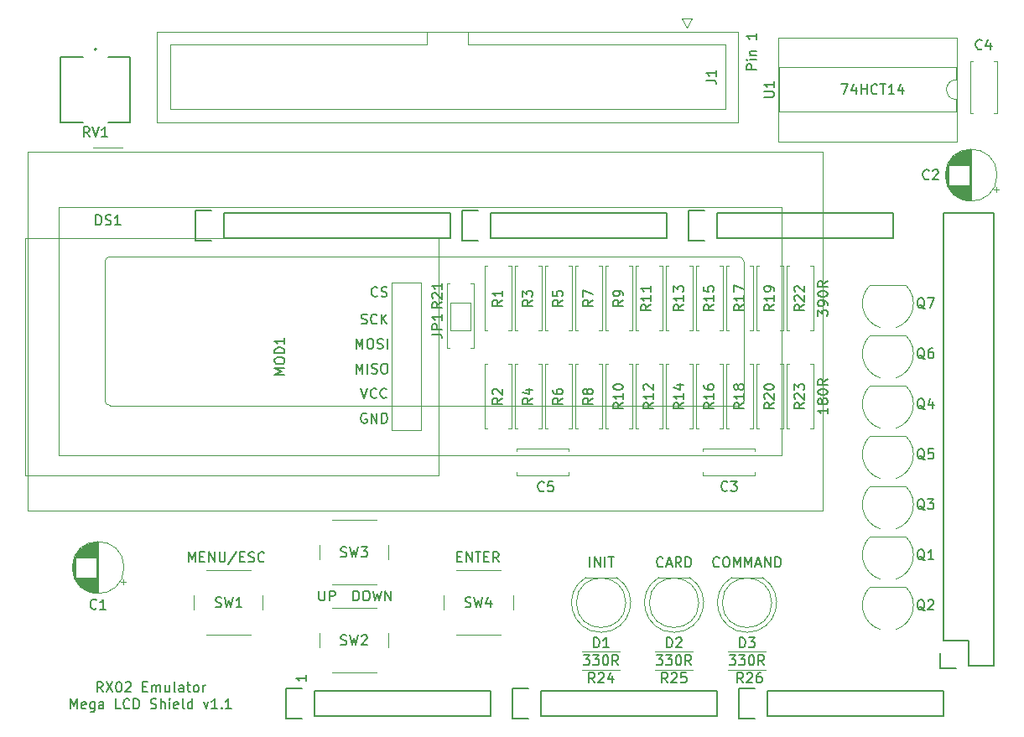
<source format=gbr>
%TF.GenerationSoftware,KiCad,Pcbnew,(5.1.9)-1*%
%TF.CreationDate,2023-08-11T22:56:39-05:00*%
%TF.ProjectId,rx02-emulator-mega-shield,72783032-2d65-46d7-956c-61746f722d6d,Rev 1.1*%
%TF.SameCoordinates,Original*%
%TF.FileFunction,Legend,Top*%
%TF.FilePolarity,Positive*%
%FSLAX46Y46*%
G04 Gerber Fmt 4.6, Leading zero omitted, Abs format (unit mm)*
G04 Created by KiCad (PCBNEW (5.1.9)-1) date 2023-08-11 22:56:39*
%MOMM*%
%LPD*%
G01*
G04 APERTURE LIST*
%ADD10C,0.150000*%
%ADD11C,0.200000*%
%ADD12C,0.120000*%
%ADD13C,0.127000*%
G04 APERTURE END LIST*
D10*
X177236380Y-55149523D02*
X176236380Y-55149523D01*
X176236380Y-54768571D01*
X176284000Y-54673333D01*
X176331619Y-54625714D01*
X176426857Y-54578095D01*
X176569714Y-54578095D01*
X176664952Y-54625714D01*
X176712571Y-54673333D01*
X176760190Y-54768571D01*
X176760190Y-55149523D01*
X177236380Y-54149523D02*
X176569714Y-54149523D01*
X176236380Y-54149523D02*
X176284000Y-54197142D01*
X176331619Y-54149523D01*
X176284000Y-54101904D01*
X176236380Y-54149523D01*
X176331619Y-54149523D01*
X176569714Y-53673333D02*
X177236380Y-53673333D01*
X176664952Y-53673333D02*
X176617333Y-53625714D01*
X176569714Y-53530476D01*
X176569714Y-53387619D01*
X176617333Y-53292380D01*
X176712571Y-53244761D01*
X177236380Y-53244761D01*
X177236380Y-51482857D02*
X177236380Y-52054285D01*
X177236380Y-51768571D02*
X176236380Y-51768571D01*
X176379238Y-51863809D01*
X176474476Y-51959047D01*
X176522095Y-52054285D01*
D11*
X111244666Y-117966380D02*
X110911333Y-117490190D01*
X110673238Y-117966380D02*
X110673238Y-116966380D01*
X111054190Y-116966380D01*
X111149428Y-117014000D01*
X111197047Y-117061619D01*
X111244666Y-117156857D01*
X111244666Y-117299714D01*
X111197047Y-117394952D01*
X111149428Y-117442571D01*
X111054190Y-117490190D01*
X110673238Y-117490190D01*
X111578000Y-116966380D02*
X112244666Y-117966380D01*
X112244666Y-116966380D02*
X111578000Y-117966380D01*
X112816095Y-116966380D02*
X112911333Y-116966380D01*
X113006571Y-117014000D01*
X113054190Y-117061619D01*
X113101809Y-117156857D01*
X113149428Y-117347333D01*
X113149428Y-117585428D01*
X113101809Y-117775904D01*
X113054190Y-117871142D01*
X113006571Y-117918761D01*
X112911333Y-117966380D01*
X112816095Y-117966380D01*
X112720857Y-117918761D01*
X112673238Y-117871142D01*
X112625619Y-117775904D01*
X112578000Y-117585428D01*
X112578000Y-117347333D01*
X112625619Y-117156857D01*
X112673238Y-117061619D01*
X112720857Y-117014000D01*
X112816095Y-116966380D01*
X113530380Y-117061619D02*
X113578000Y-117014000D01*
X113673238Y-116966380D01*
X113911333Y-116966380D01*
X114006571Y-117014000D01*
X114054190Y-117061619D01*
X114101809Y-117156857D01*
X114101809Y-117252095D01*
X114054190Y-117394952D01*
X113482761Y-117966380D01*
X114101809Y-117966380D01*
X115292285Y-117442571D02*
X115625619Y-117442571D01*
X115768476Y-117966380D02*
X115292285Y-117966380D01*
X115292285Y-116966380D01*
X115768476Y-116966380D01*
X116197047Y-117966380D02*
X116197047Y-117299714D01*
X116197047Y-117394952D02*
X116244666Y-117347333D01*
X116339904Y-117299714D01*
X116482761Y-117299714D01*
X116578000Y-117347333D01*
X116625619Y-117442571D01*
X116625619Y-117966380D01*
X116625619Y-117442571D02*
X116673238Y-117347333D01*
X116768476Y-117299714D01*
X116911333Y-117299714D01*
X117006571Y-117347333D01*
X117054190Y-117442571D01*
X117054190Y-117966380D01*
X117958952Y-117299714D02*
X117958952Y-117966380D01*
X117530380Y-117299714D02*
X117530380Y-117823523D01*
X117578000Y-117918761D01*
X117673238Y-117966380D01*
X117816095Y-117966380D01*
X117911333Y-117918761D01*
X117958952Y-117871142D01*
X118578000Y-117966380D02*
X118482761Y-117918761D01*
X118435142Y-117823523D01*
X118435142Y-116966380D01*
X119387523Y-117966380D02*
X119387523Y-117442571D01*
X119339904Y-117347333D01*
X119244666Y-117299714D01*
X119054190Y-117299714D01*
X118958952Y-117347333D01*
X119387523Y-117918761D02*
X119292285Y-117966380D01*
X119054190Y-117966380D01*
X118958952Y-117918761D01*
X118911333Y-117823523D01*
X118911333Y-117728285D01*
X118958952Y-117633047D01*
X119054190Y-117585428D01*
X119292285Y-117585428D01*
X119387523Y-117537809D01*
X119720857Y-117299714D02*
X120101809Y-117299714D01*
X119863714Y-116966380D02*
X119863714Y-117823523D01*
X119911333Y-117918761D01*
X120006571Y-117966380D01*
X120101809Y-117966380D01*
X120577999Y-117966380D02*
X120482761Y-117918761D01*
X120435142Y-117871142D01*
X120387523Y-117775904D01*
X120387523Y-117490190D01*
X120435142Y-117394952D01*
X120482761Y-117347333D01*
X120577999Y-117299714D01*
X120720857Y-117299714D01*
X120816095Y-117347333D01*
X120863714Y-117394952D01*
X120911333Y-117490190D01*
X120911333Y-117775904D01*
X120863714Y-117871142D01*
X120816095Y-117918761D01*
X120720857Y-117966380D01*
X120577999Y-117966380D01*
X121339904Y-117966380D02*
X121339904Y-117299714D01*
X121339904Y-117490190D02*
X121387523Y-117394952D01*
X121435142Y-117347333D01*
X121530380Y-117299714D01*
X121625619Y-117299714D01*
X107982761Y-119666380D02*
X107982761Y-118666380D01*
X108316095Y-119380666D01*
X108649428Y-118666380D01*
X108649428Y-119666380D01*
X109506571Y-119618761D02*
X109411333Y-119666380D01*
X109220857Y-119666380D01*
X109125619Y-119618761D01*
X109078000Y-119523523D01*
X109078000Y-119142571D01*
X109125619Y-119047333D01*
X109220857Y-118999714D01*
X109411333Y-118999714D01*
X109506571Y-119047333D01*
X109554190Y-119142571D01*
X109554190Y-119237809D01*
X109078000Y-119333047D01*
X110411333Y-118999714D02*
X110411333Y-119809238D01*
X110363714Y-119904476D01*
X110316095Y-119952095D01*
X110220857Y-119999714D01*
X110078000Y-119999714D01*
X109982761Y-119952095D01*
X110411333Y-119618761D02*
X110316095Y-119666380D01*
X110125619Y-119666380D01*
X110030380Y-119618761D01*
X109982761Y-119571142D01*
X109935142Y-119475904D01*
X109935142Y-119190190D01*
X109982761Y-119094952D01*
X110030380Y-119047333D01*
X110125619Y-118999714D01*
X110316095Y-118999714D01*
X110411333Y-119047333D01*
X111316095Y-119666380D02*
X111316095Y-119142571D01*
X111268476Y-119047333D01*
X111173238Y-118999714D01*
X110982761Y-118999714D01*
X110887523Y-119047333D01*
X111316095Y-119618761D02*
X111220857Y-119666380D01*
X110982761Y-119666380D01*
X110887523Y-119618761D01*
X110839904Y-119523523D01*
X110839904Y-119428285D01*
X110887523Y-119333047D01*
X110982761Y-119285428D01*
X111220857Y-119285428D01*
X111316095Y-119237809D01*
X113030380Y-119666380D02*
X112554190Y-119666380D01*
X112554190Y-118666380D01*
X113935142Y-119571142D02*
X113887523Y-119618761D01*
X113744666Y-119666380D01*
X113649428Y-119666380D01*
X113506571Y-119618761D01*
X113411333Y-119523523D01*
X113363714Y-119428285D01*
X113316095Y-119237809D01*
X113316095Y-119094952D01*
X113363714Y-118904476D01*
X113411333Y-118809238D01*
X113506571Y-118714000D01*
X113649428Y-118666380D01*
X113744666Y-118666380D01*
X113887523Y-118714000D01*
X113935142Y-118761619D01*
X114363714Y-119666380D02*
X114363714Y-118666380D01*
X114601809Y-118666380D01*
X114744666Y-118714000D01*
X114839904Y-118809238D01*
X114887523Y-118904476D01*
X114935142Y-119094952D01*
X114935142Y-119237809D01*
X114887523Y-119428285D01*
X114839904Y-119523523D01*
X114744666Y-119618761D01*
X114601809Y-119666380D01*
X114363714Y-119666380D01*
X116078000Y-119618761D02*
X116220857Y-119666380D01*
X116458952Y-119666380D01*
X116554190Y-119618761D01*
X116601809Y-119571142D01*
X116649428Y-119475904D01*
X116649428Y-119380666D01*
X116601809Y-119285428D01*
X116554190Y-119237809D01*
X116458952Y-119190190D01*
X116268476Y-119142571D01*
X116173238Y-119094952D01*
X116125619Y-119047333D01*
X116078000Y-118952095D01*
X116078000Y-118856857D01*
X116125619Y-118761619D01*
X116173238Y-118714000D01*
X116268476Y-118666380D01*
X116506571Y-118666380D01*
X116649428Y-118714000D01*
X117078000Y-119666380D02*
X117078000Y-118666380D01*
X117506571Y-119666380D02*
X117506571Y-119142571D01*
X117458952Y-119047333D01*
X117363714Y-118999714D01*
X117220857Y-118999714D01*
X117125619Y-119047333D01*
X117078000Y-119094952D01*
X117982761Y-119666380D02*
X117982761Y-118999714D01*
X117982761Y-118666380D02*
X117935142Y-118714000D01*
X117982761Y-118761619D01*
X118030380Y-118714000D01*
X117982761Y-118666380D01*
X117982761Y-118761619D01*
X118839904Y-119618761D02*
X118744666Y-119666380D01*
X118554190Y-119666380D01*
X118458952Y-119618761D01*
X118411333Y-119523523D01*
X118411333Y-119142571D01*
X118458952Y-119047333D01*
X118554190Y-118999714D01*
X118744666Y-118999714D01*
X118839904Y-119047333D01*
X118887523Y-119142571D01*
X118887523Y-119237809D01*
X118411333Y-119333047D01*
X119458952Y-119666380D02*
X119363714Y-119618761D01*
X119316095Y-119523523D01*
X119316095Y-118666380D01*
X120268476Y-119666380D02*
X120268476Y-118666380D01*
X120268476Y-119618761D02*
X120173238Y-119666380D01*
X119982761Y-119666380D01*
X119887523Y-119618761D01*
X119839904Y-119571142D01*
X119792285Y-119475904D01*
X119792285Y-119190190D01*
X119839904Y-119094952D01*
X119887523Y-119047333D01*
X119982761Y-118999714D01*
X120173238Y-118999714D01*
X120268476Y-119047333D01*
X121411333Y-118999714D02*
X121649428Y-119666380D01*
X121887523Y-118999714D01*
X122792285Y-119666380D02*
X122220857Y-119666380D01*
X122506571Y-119666380D02*
X122506571Y-118666380D01*
X122411333Y-118809238D01*
X122316095Y-118904476D01*
X122220857Y-118952095D01*
X123220857Y-119571142D02*
X123268476Y-119618761D01*
X123220857Y-119666380D01*
X123173238Y-119618761D01*
X123220857Y-119571142D01*
X123220857Y-119666380D01*
X124220857Y-119666380D02*
X123649428Y-119666380D01*
X123935142Y-119666380D02*
X123935142Y-118666380D01*
X123839904Y-118809238D01*
X123744666Y-118904476D01*
X123649428Y-118952095D01*
D10*
X131770380Y-116300285D02*
X131770380Y-116871714D01*
X131770380Y-116586000D02*
X130770380Y-116586000D01*
X130913238Y-116681238D01*
X131008476Y-116776476D01*
X131056095Y-116871714D01*
D12*
%TO.C,MOD1*%
X140381200Y-91570800D02*
X140381200Y-76670800D01*
X140381200Y-76670800D02*
X143381200Y-76670800D01*
X143381200Y-76670800D02*
X143381200Y-91570800D01*
X143381200Y-91570800D02*
X140381200Y-91570800D01*
X145135200Y-96120800D02*
X145135200Y-72120800D01*
X145135200Y-72120800D02*
X103385200Y-72120800D01*
X103385200Y-72120800D02*
X103385200Y-96120800D01*
X103385200Y-96120800D02*
X145135200Y-96120800D01*
%TO.C,Q7*%
X192300000Y-76890000D02*
X188700000Y-76890000D01*
X188691555Y-76912316D02*
G75*
G03*
X189720000Y-81190000I1808445J-1827684D01*
G01*
X192311875Y-76898259D02*
G75*
G02*
X191320000Y-81190000I-1811875J-1841741D01*
G01*
%TO.C,Q6*%
X192300000Y-81970000D02*
X188700000Y-81970000D01*
X188691555Y-81992316D02*
G75*
G03*
X189720000Y-86270000I1808445J-1827684D01*
G01*
X192311875Y-81978259D02*
G75*
G02*
X191320000Y-86270000I-1811875J-1841741D01*
G01*
%TO.C,Q5*%
X192300000Y-92130000D02*
X188700000Y-92130000D01*
X188691555Y-92152316D02*
G75*
G03*
X189720000Y-96430000I1808445J-1827684D01*
G01*
X192311875Y-92138259D02*
G75*
G02*
X191320000Y-96430000I-1811875J-1841741D01*
G01*
%TO.C,Q4*%
X192300000Y-87050000D02*
X188700000Y-87050000D01*
X188691555Y-87072316D02*
G75*
G03*
X189720000Y-91350000I1808445J-1827684D01*
G01*
X192311875Y-87058259D02*
G75*
G02*
X191320000Y-91350000I-1811875J-1841741D01*
G01*
%TO.C,Q3*%
X192300000Y-97210000D02*
X188700000Y-97210000D01*
X188691555Y-97232316D02*
G75*
G03*
X189720000Y-101510000I1808445J-1827684D01*
G01*
X192311875Y-97218259D02*
G75*
G02*
X191320000Y-101510000I-1811875J-1841741D01*
G01*
%TO.C,Q2*%
X192300000Y-107370000D02*
X188700000Y-107370000D01*
X188691555Y-107392316D02*
G75*
G03*
X189720000Y-111670000I1808445J-1827684D01*
G01*
X192311875Y-107378259D02*
G75*
G02*
X191320000Y-111670000I-1811875J-1841741D01*
G01*
%TO.C,Q1*%
X192300000Y-102290000D02*
X188700000Y-102290000D01*
X188691555Y-102312316D02*
G75*
G03*
X189720000Y-106590000I1808445J-1827684D01*
G01*
X192311875Y-102298259D02*
G75*
G02*
X191320000Y-106590000I-1811875J-1841741D01*
G01*
%TO.C,DS1*%
X106760000Y-94040000D02*
X106760000Y-69040000D01*
X179760000Y-94040000D02*
X106760000Y-94040000D01*
X179760000Y-69040000D02*
X179760000Y-94040000D01*
X106760000Y-69040000D02*
X179760000Y-69040000D01*
X175960000Y-74540000D02*
X175960000Y-88540000D01*
X175460660Y-89040000D02*
X111960000Y-89040000D01*
X111460280Y-88539320D02*
X111460280Y-74540000D01*
X111960000Y-74040000D02*
X175460000Y-74040000D01*
X110260000Y-63040000D02*
X113260000Y-63040000D01*
X103630000Y-63400000D02*
X104420000Y-63400000D01*
X103620000Y-63400000D02*
X103620000Y-99680000D01*
X183900000Y-63400000D02*
X104420000Y-63400000D01*
X183900000Y-99680000D02*
X183900000Y-63400000D01*
X103620000Y-99680000D02*
X183900000Y-99680000D01*
X111960660Y-74038460D02*
G75*
G03*
X111460280Y-74538840I0J-500380D01*
G01*
X111460280Y-88539320D02*
G75*
G03*
X111960660Y-89039700I500380J0D01*
G01*
X175460660Y-89039700D02*
G75*
G03*
X175961040Y-88539320I0J500380D01*
G01*
X175960000Y-74540000D02*
G75*
G03*
X175460000Y-74040000I-500000J0D01*
G01*
%TO.C,R23*%
X182980000Y-84868000D02*
X182650000Y-84868000D01*
X182980000Y-91408000D02*
X182980000Y-84868000D01*
X182650000Y-91408000D02*
X182980000Y-91408000D01*
X180240000Y-84868000D02*
X180570000Y-84868000D01*
X180240000Y-91408000D02*
X180240000Y-84868000D01*
X180570000Y-91408000D02*
X180240000Y-91408000D01*
%TO.C,R20*%
X179932000Y-84868000D02*
X179602000Y-84868000D01*
X179932000Y-91408000D02*
X179932000Y-84868000D01*
X179602000Y-91408000D02*
X179932000Y-91408000D01*
X177192000Y-84868000D02*
X177522000Y-84868000D01*
X177192000Y-91408000D02*
X177192000Y-84868000D01*
X177522000Y-91408000D02*
X177192000Y-91408000D01*
%TO.C,R18*%
X176884000Y-84868000D02*
X176554000Y-84868000D01*
X176884000Y-91408000D02*
X176884000Y-84868000D01*
X176554000Y-91408000D02*
X176884000Y-91408000D01*
X174144000Y-84868000D02*
X174474000Y-84868000D01*
X174144000Y-91408000D02*
X174144000Y-84868000D01*
X174474000Y-91408000D02*
X174144000Y-91408000D01*
%TO.C,R16*%
X173836000Y-84868000D02*
X173506000Y-84868000D01*
X173836000Y-91408000D02*
X173836000Y-84868000D01*
X173506000Y-91408000D02*
X173836000Y-91408000D01*
X171096000Y-84868000D02*
X171426000Y-84868000D01*
X171096000Y-91408000D02*
X171096000Y-84868000D01*
X171426000Y-91408000D02*
X171096000Y-91408000D01*
%TO.C,R14*%
X170788000Y-84868000D02*
X170458000Y-84868000D01*
X170788000Y-91408000D02*
X170788000Y-84868000D01*
X170458000Y-91408000D02*
X170788000Y-91408000D01*
X168048000Y-84868000D02*
X168378000Y-84868000D01*
X168048000Y-91408000D02*
X168048000Y-84868000D01*
X168378000Y-91408000D02*
X168048000Y-91408000D01*
%TO.C,R12*%
X167740000Y-84868000D02*
X167410000Y-84868000D01*
X167740000Y-91408000D02*
X167740000Y-84868000D01*
X167410000Y-91408000D02*
X167740000Y-91408000D01*
X165000000Y-84868000D02*
X165330000Y-84868000D01*
X165000000Y-91408000D02*
X165000000Y-84868000D01*
X165330000Y-91408000D02*
X165000000Y-91408000D01*
%TO.C,R10*%
X164692000Y-84868000D02*
X164362000Y-84868000D01*
X164692000Y-91408000D02*
X164692000Y-84868000D01*
X164362000Y-91408000D02*
X164692000Y-91408000D01*
X161952000Y-84868000D02*
X162282000Y-84868000D01*
X161952000Y-91408000D02*
X161952000Y-84868000D01*
X162282000Y-91408000D02*
X161952000Y-91408000D01*
%TO.C,R8*%
X161644000Y-84868000D02*
X161314000Y-84868000D01*
X161644000Y-91408000D02*
X161644000Y-84868000D01*
X161314000Y-91408000D02*
X161644000Y-91408000D01*
X158904000Y-84868000D02*
X159234000Y-84868000D01*
X158904000Y-91408000D02*
X158904000Y-84868000D01*
X159234000Y-91408000D02*
X158904000Y-91408000D01*
%TO.C,R6*%
X158596000Y-84868000D02*
X158266000Y-84868000D01*
X158596000Y-91408000D02*
X158596000Y-84868000D01*
X158266000Y-91408000D02*
X158596000Y-91408000D01*
X155856000Y-84868000D02*
X156186000Y-84868000D01*
X155856000Y-91408000D02*
X155856000Y-84868000D01*
X156186000Y-91408000D02*
X155856000Y-91408000D01*
%TO.C,R4*%
X155548000Y-84868000D02*
X155218000Y-84868000D01*
X155548000Y-91408000D02*
X155548000Y-84868000D01*
X155218000Y-91408000D02*
X155548000Y-91408000D01*
X152808000Y-84868000D02*
X153138000Y-84868000D01*
X152808000Y-91408000D02*
X152808000Y-84868000D01*
X153138000Y-91408000D02*
X152808000Y-91408000D01*
%TO.C,R2*%
X152500000Y-84868000D02*
X152170000Y-84868000D01*
X152500000Y-91408000D02*
X152500000Y-84868000D01*
X152170000Y-91408000D02*
X152500000Y-91408000D01*
X149760000Y-84868000D02*
X150090000Y-84868000D01*
X149760000Y-91408000D02*
X149760000Y-84868000D01*
X150090000Y-91408000D02*
X149760000Y-91408000D01*
%TO.C,R22*%
X182980000Y-74962000D02*
X182650000Y-74962000D01*
X182980000Y-81502000D02*
X182980000Y-74962000D01*
X182650000Y-81502000D02*
X182980000Y-81502000D01*
X180240000Y-74962000D02*
X180570000Y-74962000D01*
X180240000Y-81502000D02*
X180240000Y-74962000D01*
X180570000Y-81502000D02*
X180240000Y-81502000D01*
%TO.C,R19*%
X179932000Y-74962000D02*
X179602000Y-74962000D01*
X179932000Y-81502000D02*
X179932000Y-74962000D01*
X179602000Y-81502000D02*
X179932000Y-81502000D01*
X177192000Y-74962000D02*
X177522000Y-74962000D01*
X177192000Y-81502000D02*
X177192000Y-74962000D01*
X177522000Y-81502000D02*
X177192000Y-81502000D01*
%TO.C,R17*%
X176884000Y-74962000D02*
X176554000Y-74962000D01*
X176884000Y-81502000D02*
X176884000Y-74962000D01*
X176554000Y-81502000D02*
X176884000Y-81502000D01*
X174144000Y-74962000D02*
X174474000Y-74962000D01*
X174144000Y-81502000D02*
X174144000Y-74962000D01*
X174474000Y-81502000D02*
X174144000Y-81502000D01*
%TO.C,R15*%
X173836000Y-74962000D02*
X173506000Y-74962000D01*
X173836000Y-81502000D02*
X173836000Y-74962000D01*
X173506000Y-81502000D02*
X173836000Y-81502000D01*
X171096000Y-74962000D02*
X171426000Y-74962000D01*
X171096000Y-81502000D02*
X171096000Y-74962000D01*
X171426000Y-81502000D02*
X171096000Y-81502000D01*
%TO.C,R13*%
X170788000Y-74962000D02*
X170458000Y-74962000D01*
X170788000Y-81502000D02*
X170788000Y-74962000D01*
X170458000Y-81502000D02*
X170788000Y-81502000D01*
X168048000Y-74962000D02*
X168378000Y-74962000D01*
X168048000Y-81502000D02*
X168048000Y-74962000D01*
X168378000Y-81502000D02*
X168048000Y-81502000D01*
%TO.C,R11*%
X167740000Y-74962000D02*
X167410000Y-74962000D01*
X167740000Y-81502000D02*
X167740000Y-74962000D01*
X167410000Y-81502000D02*
X167740000Y-81502000D01*
X165000000Y-74962000D02*
X165330000Y-74962000D01*
X165000000Y-81502000D02*
X165000000Y-74962000D01*
X165330000Y-81502000D02*
X165000000Y-81502000D01*
%TO.C,R9*%
X164692000Y-74962000D02*
X164362000Y-74962000D01*
X164692000Y-81502000D02*
X164692000Y-74962000D01*
X164362000Y-81502000D02*
X164692000Y-81502000D01*
X161952000Y-74962000D02*
X162282000Y-74962000D01*
X161952000Y-81502000D02*
X161952000Y-74962000D01*
X162282000Y-81502000D02*
X161952000Y-81502000D01*
%TO.C,R7*%
X161644000Y-74962000D02*
X161314000Y-74962000D01*
X161644000Y-81502000D02*
X161644000Y-74962000D01*
X161314000Y-81502000D02*
X161644000Y-81502000D01*
X158904000Y-74962000D02*
X159234000Y-74962000D01*
X158904000Y-81502000D02*
X158904000Y-74962000D01*
X159234000Y-81502000D02*
X158904000Y-81502000D01*
%TO.C,R5*%
X158596000Y-74962000D02*
X158266000Y-74962000D01*
X158596000Y-81502000D02*
X158596000Y-74962000D01*
X158266000Y-81502000D02*
X158596000Y-81502000D01*
X155856000Y-74962000D02*
X156186000Y-74962000D01*
X155856000Y-81502000D02*
X155856000Y-74962000D01*
X156186000Y-81502000D02*
X155856000Y-81502000D01*
%TO.C,R3*%
X155548000Y-74962000D02*
X155218000Y-74962000D01*
X155548000Y-81502000D02*
X155548000Y-74962000D01*
X155218000Y-81502000D02*
X155548000Y-81502000D01*
X152808000Y-74962000D02*
X153138000Y-74962000D01*
X152808000Y-81502000D02*
X152808000Y-74962000D01*
X153138000Y-81502000D02*
X152808000Y-81502000D01*
%TO.C,R1*%
X152500000Y-74962000D02*
X152170000Y-74962000D01*
X152500000Y-81502000D02*
X152500000Y-74962000D01*
X152170000Y-81502000D02*
X152500000Y-81502000D01*
X149760000Y-74962000D02*
X150090000Y-74962000D01*
X149760000Y-81502000D02*
X149760000Y-74962000D01*
X150090000Y-81502000D02*
X149760000Y-81502000D01*
%TO.C,R21*%
X146280000Y-83280000D02*
X145950000Y-83280000D01*
X145950000Y-83280000D02*
X145950000Y-76740000D01*
X145950000Y-76740000D02*
X146280000Y-76740000D01*
X148360000Y-83280000D02*
X148690000Y-83280000D01*
X148690000Y-83280000D02*
X148690000Y-76740000D01*
X148690000Y-76740000D02*
X148360000Y-76740000D01*
%TO.C,JP1*%
X146320000Y-78647000D02*
X148320000Y-78647000D01*
X146320000Y-81447000D02*
X146320000Y-78647000D01*
X148320000Y-81447000D02*
X146320000Y-81447000D01*
X148320000Y-78647000D02*
X148320000Y-81447000D01*
%TO.C,SW2*%
X134350000Y-115990000D02*
X138850000Y-115990000D01*
X133100000Y-111990000D02*
X133100000Y-113490000D01*
X138850000Y-109490000D02*
X134350000Y-109490000D01*
X140100000Y-113490000D02*
X140100000Y-111990000D01*
%TO.C,R25*%
X170830000Y-113888000D02*
X166990000Y-113888000D01*
X170830000Y-115728000D02*
X166990000Y-115728000D01*
%TO.C,U1*%
X197478000Y-62400000D02*
X197478000Y-51900000D01*
X179458000Y-62400000D02*
X197478000Y-62400000D01*
X179458000Y-51900000D02*
X179458000Y-62400000D01*
X197478000Y-51900000D02*
X179458000Y-51900000D01*
X197418000Y-59400000D02*
X197418000Y-58150000D01*
X179518000Y-59400000D02*
X197418000Y-59400000D01*
X179518000Y-54900000D02*
X179518000Y-59400000D01*
X197418000Y-54900000D02*
X179518000Y-54900000D01*
X197418000Y-56150000D02*
X197418000Y-54900000D01*
X197418000Y-58150000D02*
G75*
G02*
X197418000Y-56150000I0J1000000D01*
G01*
%TO.C,SW4*%
X152650000Y-109680000D02*
X152650000Y-108180000D01*
X151400000Y-105680000D02*
X146900000Y-105680000D01*
X145650000Y-108180000D02*
X145650000Y-109680000D01*
X146900000Y-112180000D02*
X151400000Y-112180000D01*
%TO.C,SW3*%
X140100000Y-104600000D02*
X140100000Y-103100000D01*
X138850000Y-100600000D02*
X134350000Y-100600000D01*
X133100000Y-103100000D02*
X133100000Y-104600000D01*
X134350000Y-107100000D02*
X138850000Y-107100000D01*
%TO.C,SW1*%
X127400000Y-109680000D02*
X127400000Y-108180000D01*
X126150000Y-105680000D02*
X121650000Y-105680000D01*
X120400000Y-108180000D02*
X120400000Y-109680000D01*
X121650000Y-112180000D02*
X126150000Y-112180000D01*
D11*
%TO.C,RV1*%
X110590000Y-53086000D02*
G75*
G03*
X110590000Y-53086000I-100000J0D01*
G01*
D13*
X106960000Y-60450000D02*
X106960000Y-53850000D01*
X109255000Y-60450000D02*
X106970000Y-60450000D01*
X113960000Y-60450000D02*
X111795000Y-60450000D01*
X113960000Y-53850000D02*
X113960000Y-60450000D01*
X111795000Y-53850000D02*
X113960000Y-53850000D01*
X106970000Y-53850000D02*
X109255000Y-53850000D01*
D12*
%TO.C,R26*%
X178196000Y-113888000D02*
X174356000Y-113888000D01*
X178196000Y-115728000D02*
X174356000Y-115728000D01*
%TO.C,R24*%
X159624000Y-115728000D02*
X163464000Y-115728000D01*
X159624000Y-113888000D02*
X163464000Y-113888000D01*
%TO.C,J1*%
X169680000Y-49930000D02*
X170180000Y-50930000D01*
X170680000Y-49930000D02*
X169680000Y-49930000D01*
X170180000Y-50930000D02*
X170680000Y-49930000D01*
X144000000Y-52630000D02*
X144000000Y-51320000D01*
X144000000Y-52630000D02*
X144000000Y-52630000D01*
X118010000Y-52630000D02*
X144000000Y-52630000D01*
X118010000Y-59130000D02*
X118010000Y-52630000D01*
X174090000Y-59130000D02*
X118010000Y-59130000D01*
X174090000Y-52630000D02*
X174090000Y-59130000D01*
X148100000Y-52630000D02*
X174090000Y-52630000D01*
X148100000Y-51320000D02*
X148100000Y-52630000D01*
X116710000Y-51320000D02*
X175390000Y-51320000D01*
X116710000Y-60440000D02*
X116710000Y-51320000D01*
X175390000Y-60440000D02*
X116710000Y-60440000D01*
X175390000Y-51320000D02*
X175390000Y-60440000D01*
%TO.C,D3*%
X177821000Y-106406000D02*
X174731000Y-106406000D01*
X178776000Y-108966000D02*
G75*
G03*
X178776000Y-108966000I-2500000J0D01*
G01*
X176276462Y-111956000D02*
G75*
G02*
X174731170Y-106406000I-462J2990000D01*
G01*
X176275538Y-111956000D02*
G75*
G03*
X177820830Y-106406000I462J2990000D01*
G01*
%TO.C,D2*%
X170455000Y-106406000D02*
X167365000Y-106406000D01*
X171410000Y-108966000D02*
G75*
G03*
X171410000Y-108966000I-2500000J0D01*
G01*
X168910462Y-111956000D02*
G75*
G02*
X167365170Y-106406000I-462J2990000D01*
G01*
X168909538Y-111956000D02*
G75*
G03*
X170454830Y-106406000I462J2990000D01*
G01*
%TO.C,D1*%
X163089000Y-106406000D02*
X159999000Y-106406000D01*
X164044000Y-108966000D02*
G75*
G03*
X164044000Y-108966000I-2500000J0D01*
G01*
X161544462Y-111956000D02*
G75*
G02*
X159999170Y-106406000I-462J2990000D01*
G01*
X161543538Y-111956000D02*
G75*
G03*
X163088830Y-106406000I462J2990000D01*
G01*
%TO.C,C5*%
X158282000Y-95797000D02*
X158282000Y-96112000D01*
X158282000Y-93372000D02*
X158282000Y-93687000D01*
X153042000Y-95797000D02*
X153042000Y-96112000D01*
X153042000Y-93372000D02*
X153042000Y-93687000D01*
X153042000Y-96112000D02*
X158282000Y-96112000D01*
X153042000Y-93372000D02*
X158282000Y-93372000D01*
%TO.C,C4*%
X201207000Y-54316000D02*
X201522000Y-54316000D01*
X198782000Y-54316000D02*
X199097000Y-54316000D01*
X201207000Y-59556000D02*
X201522000Y-59556000D01*
X198782000Y-59556000D02*
X199097000Y-59556000D01*
X201522000Y-59556000D02*
X201522000Y-54316000D01*
X198782000Y-59556000D02*
X198782000Y-54316000D01*
%TO.C,C3*%
X171838000Y-93687000D02*
X171838000Y-93372000D01*
X171838000Y-96112000D02*
X171838000Y-95797000D01*
X177078000Y-93687000D02*
X177078000Y-93372000D01*
X177078000Y-96112000D02*
X177078000Y-95797000D01*
X177078000Y-93372000D02*
X171838000Y-93372000D01*
X177078000Y-96112000D02*
X171838000Y-96112000D01*
%TO.C,C2*%
X201456775Y-67511000D02*
X201456775Y-67011000D01*
X201706775Y-67261000D02*
X201206775Y-67261000D01*
X196301000Y-66070000D02*
X196301000Y-65502000D01*
X196341000Y-66304000D02*
X196341000Y-65268000D01*
X196381000Y-66463000D02*
X196381000Y-65109000D01*
X196421000Y-66591000D02*
X196421000Y-64981000D01*
X196461000Y-66701000D02*
X196461000Y-64871000D01*
X196501000Y-66797000D02*
X196501000Y-64775000D01*
X196541000Y-66884000D02*
X196541000Y-64688000D01*
X196581000Y-66964000D02*
X196581000Y-64608000D01*
X196621000Y-64746000D02*
X196621000Y-64535000D01*
X196621000Y-67037000D02*
X196621000Y-66826000D01*
X196661000Y-64746000D02*
X196661000Y-64467000D01*
X196661000Y-67105000D02*
X196661000Y-66826000D01*
X196701000Y-64746000D02*
X196701000Y-64403000D01*
X196701000Y-67169000D02*
X196701000Y-66826000D01*
X196741000Y-64746000D02*
X196741000Y-64343000D01*
X196741000Y-67229000D02*
X196741000Y-66826000D01*
X196781000Y-64746000D02*
X196781000Y-64286000D01*
X196781000Y-67286000D02*
X196781000Y-66826000D01*
X196821000Y-64746000D02*
X196821000Y-64232000D01*
X196821000Y-67340000D02*
X196821000Y-66826000D01*
X196861000Y-64746000D02*
X196861000Y-64181000D01*
X196861000Y-67391000D02*
X196861000Y-66826000D01*
X196901000Y-64746000D02*
X196901000Y-64133000D01*
X196901000Y-67439000D02*
X196901000Y-66826000D01*
X196941000Y-64746000D02*
X196941000Y-64087000D01*
X196941000Y-67485000D02*
X196941000Y-66826000D01*
X196981000Y-64746000D02*
X196981000Y-64043000D01*
X196981000Y-67529000D02*
X196981000Y-66826000D01*
X197021000Y-64746000D02*
X197021000Y-64001000D01*
X197021000Y-67571000D02*
X197021000Y-66826000D01*
X197061000Y-64746000D02*
X197061000Y-63960000D01*
X197061000Y-67612000D02*
X197061000Y-66826000D01*
X197101000Y-64746000D02*
X197101000Y-63922000D01*
X197101000Y-67650000D02*
X197101000Y-66826000D01*
X197141000Y-64746000D02*
X197141000Y-63885000D01*
X197141000Y-67687000D02*
X197141000Y-66826000D01*
X197181000Y-64746000D02*
X197181000Y-63849000D01*
X197181000Y-67723000D02*
X197181000Y-66826000D01*
X197221000Y-64746000D02*
X197221000Y-63815000D01*
X197221000Y-67757000D02*
X197221000Y-66826000D01*
X197261000Y-64746000D02*
X197261000Y-63782000D01*
X197261000Y-67790000D02*
X197261000Y-66826000D01*
X197301000Y-64746000D02*
X197301000Y-63751000D01*
X197301000Y-67821000D02*
X197301000Y-66826000D01*
X197341000Y-64746000D02*
X197341000Y-63721000D01*
X197341000Y-67851000D02*
X197341000Y-66826000D01*
X197381000Y-64746000D02*
X197381000Y-63691000D01*
X197381000Y-67881000D02*
X197381000Y-66826000D01*
X197421000Y-64746000D02*
X197421000Y-63664000D01*
X197421000Y-67908000D02*
X197421000Y-66826000D01*
X197461000Y-64746000D02*
X197461000Y-63637000D01*
X197461000Y-67935000D02*
X197461000Y-66826000D01*
X197501000Y-64746000D02*
X197501000Y-63611000D01*
X197501000Y-67961000D02*
X197501000Y-66826000D01*
X197541000Y-64746000D02*
X197541000Y-63586000D01*
X197541000Y-67986000D02*
X197541000Y-66826000D01*
X197581000Y-64746000D02*
X197581000Y-63562000D01*
X197581000Y-68010000D02*
X197581000Y-66826000D01*
X197621000Y-64746000D02*
X197621000Y-63539000D01*
X197621000Y-68033000D02*
X197621000Y-66826000D01*
X197661000Y-64746000D02*
X197661000Y-63518000D01*
X197661000Y-68054000D02*
X197661000Y-66826000D01*
X197701000Y-64746000D02*
X197701000Y-63496000D01*
X197701000Y-68076000D02*
X197701000Y-66826000D01*
X197741000Y-64746000D02*
X197741000Y-63476000D01*
X197741000Y-68096000D02*
X197741000Y-66826000D01*
X197781000Y-64746000D02*
X197781000Y-63457000D01*
X197781000Y-68115000D02*
X197781000Y-66826000D01*
X197821000Y-64746000D02*
X197821000Y-63438000D01*
X197821000Y-68134000D02*
X197821000Y-66826000D01*
X197861000Y-64746000D02*
X197861000Y-63421000D01*
X197861000Y-68151000D02*
X197861000Y-66826000D01*
X197901000Y-64746000D02*
X197901000Y-63404000D01*
X197901000Y-68168000D02*
X197901000Y-66826000D01*
X197941000Y-64746000D02*
X197941000Y-63388000D01*
X197941000Y-68184000D02*
X197941000Y-66826000D01*
X197981000Y-64746000D02*
X197981000Y-63372000D01*
X197981000Y-68200000D02*
X197981000Y-66826000D01*
X198021000Y-64746000D02*
X198021000Y-63358000D01*
X198021000Y-68214000D02*
X198021000Y-66826000D01*
X198061000Y-64746000D02*
X198061000Y-63344000D01*
X198061000Y-68228000D02*
X198061000Y-66826000D01*
X198101000Y-64746000D02*
X198101000Y-63331000D01*
X198101000Y-68241000D02*
X198101000Y-66826000D01*
X198141000Y-64746000D02*
X198141000Y-63318000D01*
X198141000Y-68254000D02*
X198141000Y-66826000D01*
X198181000Y-64746000D02*
X198181000Y-63306000D01*
X198181000Y-68266000D02*
X198181000Y-66826000D01*
X198222000Y-64746000D02*
X198222000Y-63295000D01*
X198222000Y-68277000D02*
X198222000Y-66826000D01*
X198262000Y-64746000D02*
X198262000Y-63285000D01*
X198262000Y-68287000D02*
X198262000Y-66826000D01*
X198302000Y-64746000D02*
X198302000Y-63275000D01*
X198302000Y-68297000D02*
X198302000Y-66826000D01*
X198342000Y-64746000D02*
X198342000Y-63266000D01*
X198342000Y-68306000D02*
X198342000Y-66826000D01*
X198382000Y-64746000D02*
X198382000Y-63258000D01*
X198382000Y-68314000D02*
X198382000Y-66826000D01*
X198422000Y-64746000D02*
X198422000Y-63250000D01*
X198422000Y-68322000D02*
X198422000Y-66826000D01*
X198462000Y-64746000D02*
X198462000Y-63243000D01*
X198462000Y-68329000D02*
X198462000Y-66826000D01*
X198502000Y-64746000D02*
X198502000Y-63236000D01*
X198502000Y-68336000D02*
X198502000Y-66826000D01*
X198542000Y-64746000D02*
X198542000Y-63230000D01*
X198542000Y-68342000D02*
X198542000Y-66826000D01*
X198582000Y-64746000D02*
X198582000Y-63225000D01*
X198582000Y-68347000D02*
X198582000Y-66826000D01*
X198622000Y-64746000D02*
X198622000Y-63221000D01*
X198622000Y-68351000D02*
X198622000Y-66826000D01*
X198662000Y-64746000D02*
X198662000Y-63217000D01*
X198662000Y-68355000D02*
X198662000Y-66826000D01*
X198702000Y-68359000D02*
X198702000Y-63213000D01*
X198742000Y-68362000D02*
X198742000Y-63210000D01*
X198782000Y-68364000D02*
X198782000Y-63208000D01*
X198822000Y-68365000D02*
X198822000Y-63207000D01*
X198862000Y-68366000D02*
X198862000Y-63206000D01*
X198902000Y-68366000D02*
X198902000Y-63206000D01*
X201522000Y-65786000D02*
G75*
G03*
X201522000Y-65786000I-2620000J0D01*
G01*
%TO.C,C1*%
X113318775Y-107135000D02*
X113318775Y-106635000D01*
X113568775Y-106885000D02*
X113068775Y-106885000D01*
X108163000Y-105694000D02*
X108163000Y-105126000D01*
X108203000Y-105928000D02*
X108203000Y-104892000D01*
X108243000Y-106087000D02*
X108243000Y-104733000D01*
X108283000Y-106215000D02*
X108283000Y-104605000D01*
X108323000Y-106325000D02*
X108323000Y-104495000D01*
X108363000Y-106421000D02*
X108363000Y-104399000D01*
X108403000Y-106508000D02*
X108403000Y-104312000D01*
X108443000Y-106588000D02*
X108443000Y-104232000D01*
X108483000Y-104370000D02*
X108483000Y-104159000D01*
X108483000Y-106661000D02*
X108483000Y-106450000D01*
X108523000Y-104370000D02*
X108523000Y-104091000D01*
X108523000Y-106729000D02*
X108523000Y-106450000D01*
X108563000Y-104370000D02*
X108563000Y-104027000D01*
X108563000Y-106793000D02*
X108563000Y-106450000D01*
X108603000Y-104370000D02*
X108603000Y-103967000D01*
X108603000Y-106853000D02*
X108603000Y-106450000D01*
X108643000Y-104370000D02*
X108643000Y-103910000D01*
X108643000Y-106910000D02*
X108643000Y-106450000D01*
X108683000Y-104370000D02*
X108683000Y-103856000D01*
X108683000Y-106964000D02*
X108683000Y-106450000D01*
X108723000Y-104370000D02*
X108723000Y-103805000D01*
X108723000Y-107015000D02*
X108723000Y-106450000D01*
X108763000Y-104370000D02*
X108763000Y-103757000D01*
X108763000Y-107063000D02*
X108763000Y-106450000D01*
X108803000Y-104370000D02*
X108803000Y-103711000D01*
X108803000Y-107109000D02*
X108803000Y-106450000D01*
X108843000Y-104370000D02*
X108843000Y-103667000D01*
X108843000Y-107153000D02*
X108843000Y-106450000D01*
X108883000Y-104370000D02*
X108883000Y-103625000D01*
X108883000Y-107195000D02*
X108883000Y-106450000D01*
X108923000Y-104370000D02*
X108923000Y-103584000D01*
X108923000Y-107236000D02*
X108923000Y-106450000D01*
X108963000Y-104370000D02*
X108963000Y-103546000D01*
X108963000Y-107274000D02*
X108963000Y-106450000D01*
X109003000Y-104370000D02*
X109003000Y-103509000D01*
X109003000Y-107311000D02*
X109003000Y-106450000D01*
X109043000Y-104370000D02*
X109043000Y-103473000D01*
X109043000Y-107347000D02*
X109043000Y-106450000D01*
X109083000Y-104370000D02*
X109083000Y-103439000D01*
X109083000Y-107381000D02*
X109083000Y-106450000D01*
X109123000Y-104370000D02*
X109123000Y-103406000D01*
X109123000Y-107414000D02*
X109123000Y-106450000D01*
X109163000Y-104370000D02*
X109163000Y-103375000D01*
X109163000Y-107445000D02*
X109163000Y-106450000D01*
X109203000Y-104370000D02*
X109203000Y-103345000D01*
X109203000Y-107475000D02*
X109203000Y-106450000D01*
X109243000Y-104370000D02*
X109243000Y-103315000D01*
X109243000Y-107505000D02*
X109243000Y-106450000D01*
X109283000Y-104370000D02*
X109283000Y-103288000D01*
X109283000Y-107532000D02*
X109283000Y-106450000D01*
X109323000Y-104370000D02*
X109323000Y-103261000D01*
X109323000Y-107559000D02*
X109323000Y-106450000D01*
X109363000Y-104370000D02*
X109363000Y-103235000D01*
X109363000Y-107585000D02*
X109363000Y-106450000D01*
X109403000Y-104370000D02*
X109403000Y-103210000D01*
X109403000Y-107610000D02*
X109403000Y-106450000D01*
X109443000Y-104370000D02*
X109443000Y-103186000D01*
X109443000Y-107634000D02*
X109443000Y-106450000D01*
X109483000Y-104370000D02*
X109483000Y-103163000D01*
X109483000Y-107657000D02*
X109483000Y-106450000D01*
X109523000Y-104370000D02*
X109523000Y-103142000D01*
X109523000Y-107678000D02*
X109523000Y-106450000D01*
X109563000Y-104370000D02*
X109563000Y-103120000D01*
X109563000Y-107700000D02*
X109563000Y-106450000D01*
X109603000Y-104370000D02*
X109603000Y-103100000D01*
X109603000Y-107720000D02*
X109603000Y-106450000D01*
X109643000Y-104370000D02*
X109643000Y-103081000D01*
X109643000Y-107739000D02*
X109643000Y-106450000D01*
X109683000Y-104370000D02*
X109683000Y-103062000D01*
X109683000Y-107758000D02*
X109683000Y-106450000D01*
X109723000Y-104370000D02*
X109723000Y-103045000D01*
X109723000Y-107775000D02*
X109723000Y-106450000D01*
X109763000Y-104370000D02*
X109763000Y-103028000D01*
X109763000Y-107792000D02*
X109763000Y-106450000D01*
X109803000Y-104370000D02*
X109803000Y-103012000D01*
X109803000Y-107808000D02*
X109803000Y-106450000D01*
X109843000Y-104370000D02*
X109843000Y-102996000D01*
X109843000Y-107824000D02*
X109843000Y-106450000D01*
X109883000Y-104370000D02*
X109883000Y-102982000D01*
X109883000Y-107838000D02*
X109883000Y-106450000D01*
X109923000Y-104370000D02*
X109923000Y-102968000D01*
X109923000Y-107852000D02*
X109923000Y-106450000D01*
X109963000Y-104370000D02*
X109963000Y-102955000D01*
X109963000Y-107865000D02*
X109963000Y-106450000D01*
X110003000Y-104370000D02*
X110003000Y-102942000D01*
X110003000Y-107878000D02*
X110003000Y-106450000D01*
X110043000Y-104370000D02*
X110043000Y-102930000D01*
X110043000Y-107890000D02*
X110043000Y-106450000D01*
X110084000Y-104370000D02*
X110084000Y-102919000D01*
X110084000Y-107901000D02*
X110084000Y-106450000D01*
X110124000Y-104370000D02*
X110124000Y-102909000D01*
X110124000Y-107911000D02*
X110124000Y-106450000D01*
X110164000Y-104370000D02*
X110164000Y-102899000D01*
X110164000Y-107921000D02*
X110164000Y-106450000D01*
X110204000Y-104370000D02*
X110204000Y-102890000D01*
X110204000Y-107930000D02*
X110204000Y-106450000D01*
X110244000Y-104370000D02*
X110244000Y-102882000D01*
X110244000Y-107938000D02*
X110244000Y-106450000D01*
X110284000Y-104370000D02*
X110284000Y-102874000D01*
X110284000Y-107946000D02*
X110284000Y-106450000D01*
X110324000Y-104370000D02*
X110324000Y-102867000D01*
X110324000Y-107953000D02*
X110324000Y-106450000D01*
X110364000Y-104370000D02*
X110364000Y-102860000D01*
X110364000Y-107960000D02*
X110364000Y-106450000D01*
X110404000Y-104370000D02*
X110404000Y-102854000D01*
X110404000Y-107966000D02*
X110404000Y-106450000D01*
X110444000Y-104370000D02*
X110444000Y-102849000D01*
X110444000Y-107971000D02*
X110444000Y-106450000D01*
X110484000Y-104370000D02*
X110484000Y-102845000D01*
X110484000Y-107975000D02*
X110484000Y-106450000D01*
X110524000Y-104370000D02*
X110524000Y-102841000D01*
X110524000Y-107979000D02*
X110524000Y-106450000D01*
X110564000Y-107983000D02*
X110564000Y-102837000D01*
X110604000Y-107986000D02*
X110604000Y-102834000D01*
X110644000Y-107988000D02*
X110644000Y-102832000D01*
X110684000Y-107989000D02*
X110684000Y-102831000D01*
X110724000Y-107990000D02*
X110724000Y-102830000D01*
X110764000Y-107990000D02*
X110764000Y-102830000D01*
X113384000Y-105410000D02*
G75*
G03*
X113384000Y-105410000I-2620000J0D01*
G01*
D10*
%TO.C,P1*%
X201168000Y-115316000D02*
X201168000Y-69596000D01*
X196088000Y-69596000D02*
X196088000Y-112776000D01*
X201168000Y-69596000D02*
X196088000Y-69596000D01*
X201168000Y-115316000D02*
X198628000Y-115316000D01*
X195808000Y-114046000D02*
X195808000Y-115596000D01*
X198628000Y-115316000D02*
X198628000Y-112776000D01*
X198628000Y-112776000D02*
X196088000Y-112776000D01*
X195808000Y-115596000D02*
X197358000Y-115596000D01*
%TO.C,P2*%
X132588000Y-120396000D02*
X150368000Y-120396000D01*
X150368000Y-120396000D02*
X150368000Y-117856000D01*
X150368000Y-117856000D02*
X132588000Y-117856000D01*
X129768000Y-120676000D02*
X131318000Y-120676000D01*
X132588000Y-120396000D02*
X132588000Y-117856000D01*
X131318000Y-117576000D02*
X129768000Y-117576000D01*
X129768000Y-117576000D02*
X129768000Y-120676000D01*
%TO.C,P3*%
X155448000Y-120396000D02*
X173228000Y-120396000D01*
X173228000Y-120396000D02*
X173228000Y-117856000D01*
X173228000Y-117856000D02*
X155448000Y-117856000D01*
X152628000Y-120676000D02*
X154178000Y-120676000D01*
X155448000Y-120396000D02*
X155448000Y-117856000D01*
X154178000Y-117576000D02*
X152628000Y-117576000D01*
X152628000Y-117576000D02*
X152628000Y-120676000D01*
%TO.C,P4*%
X178308000Y-120396000D02*
X196088000Y-120396000D01*
X196088000Y-120396000D02*
X196088000Y-117856000D01*
X196088000Y-117856000D02*
X178308000Y-117856000D01*
X175488000Y-120676000D02*
X177038000Y-120676000D01*
X178308000Y-120396000D02*
X178308000Y-117856000D01*
X177038000Y-117576000D02*
X175488000Y-117576000D01*
X175488000Y-117576000D02*
X175488000Y-120676000D01*
%TO.C,P5*%
X123444000Y-72136000D02*
X146304000Y-72136000D01*
X146304000Y-72136000D02*
X146304000Y-69596000D01*
X146304000Y-69596000D02*
X123444000Y-69596000D01*
X120624000Y-72416000D02*
X122174000Y-72416000D01*
X123444000Y-72136000D02*
X123444000Y-69596000D01*
X122174000Y-69316000D02*
X120624000Y-69316000D01*
X120624000Y-69316000D02*
X120624000Y-72416000D01*
%TO.C,P6*%
X150368000Y-72136000D02*
X168148000Y-72136000D01*
X168148000Y-72136000D02*
X168148000Y-69596000D01*
X168148000Y-69596000D02*
X150368000Y-69596000D01*
X147548000Y-72416000D02*
X149098000Y-72416000D01*
X150368000Y-72136000D02*
X150368000Y-69596000D01*
X149098000Y-69316000D02*
X147548000Y-69316000D01*
X147548000Y-69316000D02*
X147548000Y-72416000D01*
%TO.C,P7*%
X173228000Y-72136000D02*
X191008000Y-72136000D01*
X191008000Y-72136000D02*
X191008000Y-69596000D01*
X191008000Y-69596000D02*
X173228000Y-69596000D01*
X170408000Y-72416000D02*
X171958000Y-72416000D01*
X173228000Y-72136000D02*
X173228000Y-69596000D01*
X171958000Y-69316000D02*
X170408000Y-69316000D01*
X170408000Y-69316000D02*
X170408000Y-72416000D01*
%TO.C,MOD1*%
X129587580Y-85954133D02*
X128587580Y-85954133D01*
X129301866Y-85620800D01*
X128587580Y-85287466D01*
X129587580Y-85287466D01*
X128587580Y-84620800D02*
X128587580Y-84430323D01*
X128635200Y-84335085D01*
X128730438Y-84239847D01*
X128920914Y-84192228D01*
X129254247Y-84192228D01*
X129444723Y-84239847D01*
X129539961Y-84335085D01*
X129587580Y-84430323D01*
X129587580Y-84620800D01*
X129539961Y-84716038D01*
X129444723Y-84811276D01*
X129254247Y-84858895D01*
X128920914Y-84858895D01*
X128730438Y-84811276D01*
X128635200Y-84716038D01*
X128587580Y-84620800D01*
X129587580Y-83763657D02*
X128587580Y-83763657D01*
X128587580Y-83525561D01*
X128635200Y-83382704D01*
X128730438Y-83287466D01*
X128825676Y-83239847D01*
X129016152Y-83192228D01*
X129159009Y-83192228D01*
X129349485Y-83239847D01*
X129444723Y-83287466D01*
X129539961Y-83382704D01*
X129587580Y-83525561D01*
X129587580Y-83763657D01*
X129587580Y-82239847D02*
X129587580Y-82811276D01*
X129587580Y-82525561D02*
X128587580Y-82525561D01*
X128730438Y-82620800D01*
X128825676Y-82716038D01*
X128873295Y-82811276D01*
X138968533Y-77977942D02*
X138920914Y-78025561D01*
X138778057Y-78073180D01*
X138682819Y-78073180D01*
X138539961Y-78025561D01*
X138444723Y-77930323D01*
X138397104Y-77835085D01*
X138349485Y-77644609D01*
X138349485Y-77501752D01*
X138397104Y-77311276D01*
X138444723Y-77216038D01*
X138539961Y-77120800D01*
X138682819Y-77073180D01*
X138778057Y-77073180D01*
X138920914Y-77120800D01*
X138968533Y-77168419D01*
X139349485Y-78025561D02*
X139492342Y-78073180D01*
X139730438Y-78073180D01*
X139825676Y-78025561D01*
X139873295Y-77977942D01*
X139920914Y-77882704D01*
X139920914Y-77787466D01*
X139873295Y-77692228D01*
X139825676Y-77644609D01*
X139730438Y-77596990D01*
X139539961Y-77549371D01*
X139444723Y-77501752D01*
X139397104Y-77454133D01*
X139349485Y-77358895D01*
X139349485Y-77263657D01*
X139397104Y-77168419D01*
X139444723Y-77120800D01*
X139539961Y-77073180D01*
X139778057Y-77073180D01*
X139920914Y-77120800D01*
X137349485Y-80775561D02*
X137492342Y-80823180D01*
X137730438Y-80823180D01*
X137825676Y-80775561D01*
X137873295Y-80727942D01*
X137920914Y-80632704D01*
X137920914Y-80537466D01*
X137873295Y-80442228D01*
X137825676Y-80394609D01*
X137730438Y-80346990D01*
X137539961Y-80299371D01*
X137444723Y-80251752D01*
X137397104Y-80204133D01*
X137349485Y-80108895D01*
X137349485Y-80013657D01*
X137397104Y-79918419D01*
X137444723Y-79870800D01*
X137539961Y-79823180D01*
X137778057Y-79823180D01*
X137920914Y-79870800D01*
X138920914Y-80727942D02*
X138873295Y-80775561D01*
X138730438Y-80823180D01*
X138635200Y-80823180D01*
X138492342Y-80775561D01*
X138397104Y-80680323D01*
X138349485Y-80585085D01*
X138301866Y-80394609D01*
X138301866Y-80251752D01*
X138349485Y-80061276D01*
X138397104Y-79966038D01*
X138492342Y-79870800D01*
X138635200Y-79823180D01*
X138730438Y-79823180D01*
X138873295Y-79870800D01*
X138920914Y-79918419D01*
X139349485Y-80823180D02*
X139349485Y-79823180D01*
X139920914Y-80823180D02*
X139492342Y-80251752D01*
X139920914Y-79823180D02*
X139349485Y-80394609D01*
X136813771Y-83323180D02*
X136813771Y-82323180D01*
X137147104Y-83037466D01*
X137480438Y-82323180D01*
X137480438Y-83323180D01*
X138147104Y-82323180D02*
X138337580Y-82323180D01*
X138432819Y-82370800D01*
X138528057Y-82466038D01*
X138575676Y-82656514D01*
X138575676Y-82989847D01*
X138528057Y-83180323D01*
X138432819Y-83275561D01*
X138337580Y-83323180D01*
X138147104Y-83323180D01*
X138051866Y-83275561D01*
X137956628Y-83180323D01*
X137909009Y-82989847D01*
X137909009Y-82656514D01*
X137956628Y-82466038D01*
X138051866Y-82370800D01*
X138147104Y-82323180D01*
X138956628Y-83275561D02*
X139099485Y-83323180D01*
X139337580Y-83323180D01*
X139432819Y-83275561D01*
X139480438Y-83227942D01*
X139528057Y-83132704D01*
X139528057Y-83037466D01*
X139480438Y-82942228D01*
X139432819Y-82894609D01*
X139337580Y-82846990D01*
X139147104Y-82799371D01*
X139051866Y-82751752D01*
X139004247Y-82704133D01*
X138956628Y-82608895D01*
X138956628Y-82513657D01*
X139004247Y-82418419D01*
X139051866Y-82370800D01*
X139147104Y-82323180D01*
X139385200Y-82323180D01*
X139528057Y-82370800D01*
X139956628Y-83323180D02*
X139956628Y-82323180D01*
X136813771Y-85823180D02*
X136813771Y-84823180D01*
X137147104Y-85537466D01*
X137480438Y-84823180D01*
X137480438Y-85823180D01*
X137956628Y-85823180D02*
X137956628Y-84823180D01*
X138385200Y-85775561D02*
X138528057Y-85823180D01*
X138766152Y-85823180D01*
X138861390Y-85775561D01*
X138909009Y-85727942D01*
X138956628Y-85632704D01*
X138956628Y-85537466D01*
X138909009Y-85442228D01*
X138861390Y-85394609D01*
X138766152Y-85346990D01*
X138575676Y-85299371D01*
X138480438Y-85251752D01*
X138432819Y-85204133D01*
X138385200Y-85108895D01*
X138385200Y-85013657D01*
X138432819Y-84918419D01*
X138480438Y-84870800D01*
X138575676Y-84823180D01*
X138813771Y-84823180D01*
X138956628Y-84870800D01*
X139575676Y-84823180D02*
X139766152Y-84823180D01*
X139861390Y-84870800D01*
X139956628Y-84966038D01*
X140004247Y-85156514D01*
X140004247Y-85489847D01*
X139956628Y-85680323D01*
X139861390Y-85775561D01*
X139766152Y-85823180D01*
X139575676Y-85823180D01*
X139480438Y-85775561D01*
X139385200Y-85680323D01*
X139337580Y-85489847D01*
X139337580Y-85156514D01*
X139385200Y-84966038D01*
X139480438Y-84870800D01*
X139575676Y-84823180D01*
X137301866Y-87323180D02*
X137635200Y-88323180D01*
X137968533Y-87323180D01*
X138873295Y-88227942D02*
X138825676Y-88275561D01*
X138682819Y-88323180D01*
X138587580Y-88323180D01*
X138444723Y-88275561D01*
X138349485Y-88180323D01*
X138301866Y-88085085D01*
X138254247Y-87894609D01*
X138254247Y-87751752D01*
X138301866Y-87561276D01*
X138349485Y-87466038D01*
X138444723Y-87370800D01*
X138587580Y-87323180D01*
X138682819Y-87323180D01*
X138825676Y-87370800D01*
X138873295Y-87418419D01*
X139873295Y-88227942D02*
X139825676Y-88275561D01*
X139682819Y-88323180D01*
X139587580Y-88323180D01*
X139444723Y-88275561D01*
X139349485Y-88180323D01*
X139301866Y-88085085D01*
X139254247Y-87894609D01*
X139254247Y-87751752D01*
X139301866Y-87561276D01*
X139349485Y-87466038D01*
X139444723Y-87370800D01*
X139587580Y-87323180D01*
X139682819Y-87323180D01*
X139825676Y-87370800D01*
X139873295Y-87418419D01*
X137873295Y-89870800D02*
X137778057Y-89823180D01*
X137635200Y-89823180D01*
X137492342Y-89870800D01*
X137397104Y-89966038D01*
X137349485Y-90061276D01*
X137301866Y-90251752D01*
X137301866Y-90394609D01*
X137349485Y-90585085D01*
X137397104Y-90680323D01*
X137492342Y-90775561D01*
X137635200Y-90823180D01*
X137730438Y-90823180D01*
X137873295Y-90775561D01*
X137920914Y-90727942D01*
X137920914Y-90394609D01*
X137730438Y-90394609D01*
X138349485Y-90823180D02*
X138349485Y-89823180D01*
X138920914Y-90823180D01*
X138920914Y-89823180D01*
X139397104Y-90823180D02*
X139397104Y-89823180D01*
X139635200Y-89823180D01*
X139778057Y-89870800D01*
X139873295Y-89966038D01*
X139920914Y-90061276D01*
X139968533Y-90251752D01*
X139968533Y-90394609D01*
X139920914Y-90585085D01*
X139873295Y-90680323D01*
X139778057Y-90775561D01*
X139635200Y-90823180D01*
X139397104Y-90823180D01*
%TO.C,Q7*%
X194214761Y-79287619D02*
X194119523Y-79240000D01*
X194024285Y-79144761D01*
X193881428Y-79001904D01*
X193786190Y-78954285D01*
X193690952Y-78954285D01*
X193738571Y-79192380D02*
X193643333Y-79144761D01*
X193548095Y-79049523D01*
X193500476Y-78859047D01*
X193500476Y-78525714D01*
X193548095Y-78335238D01*
X193643333Y-78240000D01*
X193738571Y-78192380D01*
X193929047Y-78192380D01*
X194024285Y-78240000D01*
X194119523Y-78335238D01*
X194167142Y-78525714D01*
X194167142Y-78859047D01*
X194119523Y-79049523D01*
X194024285Y-79144761D01*
X193929047Y-79192380D01*
X193738571Y-79192380D01*
X194500476Y-78192380D02*
X195167142Y-78192380D01*
X194738571Y-79192380D01*
%TO.C,Q6*%
X194214761Y-84367619D02*
X194119523Y-84320000D01*
X194024285Y-84224761D01*
X193881428Y-84081904D01*
X193786190Y-84034285D01*
X193690952Y-84034285D01*
X193738571Y-84272380D02*
X193643333Y-84224761D01*
X193548095Y-84129523D01*
X193500476Y-83939047D01*
X193500476Y-83605714D01*
X193548095Y-83415238D01*
X193643333Y-83320000D01*
X193738571Y-83272380D01*
X193929047Y-83272380D01*
X194024285Y-83320000D01*
X194119523Y-83415238D01*
X194167142Y-83605714D01*
X194167142Y-83939047D01*
X194119523Y-84129523D01*
X194024285Y-84224761D01*
X193929047Y-84272380D01*
X193738571Y-84272380D01*
X195024285Y-83272380D02*
X194833809Y-83272380D01*
X194738571Y-83320000D01*
X194690952Y-83367619D01*
X194595714Y-83510476D01*
X194548095Y-83700952D01*
X194548095Y-84081904D01*
X194595714Y-84177142D01*
X194643333Y-84224761D01*
X194738571Y-84272380D01*
X194929047Y-84272380D01*
X195024285Y-84224761D01*
X195071904Y-84177142D01*
X195119523Y-84081904D01*
X195119523Y-83843809D01*
X195071904Y-83748571D01*
X195024285Y-83700952D01*
X194929047Y-83653333D01*
X194738571Y-83653333D01*
X194643333Y-83700952D01*
X194595714Y-83748571D01*
X194548095Y-83843809D01*
%TO.C,Q5*%
X194214761Y-94527619D02*
X194119523Y-94480000D01*
X194024285Y-94384761D01*
X193881428Y-94241904D01*
X193786190Y-94194285D01*
X193690952Y-94194285D01*
X193738571Y-94432380D02*
X193643333Y-94384761D01*
X193548095Y-94289523D01*
X193500476Y-94099047D01*
X193500476Y-93765714D01*
X193548095Y-93575238D01*
X193643333Y-93480000D01*
X193738571Y-93432380D01*
X193929047Y-93432380D01*
X194024285Y-93480000D01*
X194119523Y-93575238D01*
X194167142Y-93765714D01*
X194167142Y-94099047D01*
X194119523Y-94289523D01*
X194024285Y-94384761D01*
X193929047Y-94432380D01*
X193738571Y-94432380D01*
X195071904Y-93432380D02*
X194595714Y-93432380D01*
X194548095Y-93908571D01*
X194595714Y-93860952D01*
X194690952Y-93813333D01*
X194929047Y-93813333D01*
X195024285Y-93860952D01*
X195071904Y-93908571D01*
X195119523Y-94003809D01*
X195119523Y-94241904D01*
X195071904Y-94337142D01*
X195024285Y-94384761D01*
X194929047Y-94432380D01*
X194690952Y-94432380D01*
X194595714Y-94384761D01*
X194548095Y-94337142D01*
%TO.C,Q4*%
X194214761Y-89447619D02*
X194119523Y-89400000D01*
X194024285Y-89304761D01*
X193881428Y-89161904D01*
X193786190Y-89114285D01*
X193690952Y-89114285D01*
X193738571Y-89352380D02*
X193643333Y-89304761D01*
X193548095Y-89209523D01*
X193500476Y-89019047D01*
X193500476Y-88685714D01*
X193548095Y-88495238D01*
X193643333Y-88400000D01*
X193738571Y-88352380D01*
X193929047Y-88352380D01*
X194024285Y-88400000D01*
X194119523Y-88495238D01*
X194167142Y-88685714D01*
X194167142Y-89019047D01*
X194119523Y-89209523D01*
X194024285Y-89304761D01*
X193929047Y-89352380D01*
X193738571Y-89352380D01*
X195024285Y-88685714D02*
X195024285Y-89352380D01*
X194786190Y-88304761D02*
X194548095Y-89019047D01*
X195167142Y-89019047D01*
%TO.C,Q3*%
X194214761Y-99607619D02*
X194119523Y-99560000D01*
X194024285Y-99464761D01*
X193881428Y-99321904D01*
X193786190Y-99274285D01*
X193690952Y-99274285D01*
X193738571Y-99512380D02*
X193643333Y-99464761D01*
X193548095Y-99369523D01*
X193500476Y-99179047D01*
X193500476Y-98845714D01*
X193548095Y-98655238D01*
X193643333Y-98560000D01*
X193738571Y-98512380D01*
X193929047Y-98512380D01*
X194024285Y-98560000D01*
X194119523Y-98655238D01*
X194167142Y-98845714D01*
X194167142Y-99179047D01*
X194119523Y-99369523D01*
X194024285Y-99464761D01*
X193929047Y-99512380D01*
X193738571Y-99512380D01*
X194500476Y-98512380D02*
X195119523Y-98512380D01*
X194786190Y-98893333D01*
X194929047Y-98893333D01*
X195024285Y-98940952D01*
X195071904Y-98988571D01*
X195119523Y-99083809D01*
X195119523Y-99321904D01*
X195071904Y-99417142D01*
X195024285Y-99464761D01*
X194929047Y-99512380D01*
X194643333Y-99512380D01*
X194548095Y-99464761D01*
X194500476Y-99417142D01*
%TO.C,Q2*%
X194214761Y-109767619D02*
X194119523Y-109720000D01*
X194024285Y-109624761D01*
X193881428Y-109481904D01*
X193786190Y-109434285D01*
X193690952Y-109434285D01*
X193738571Y-109672380D02*
X193643333Y-109624761D01*
X193548095Y-109529523D01*
X193500476Y-109339047D01*
X193500476Y-109005714D01*
X193548095Y-108815238D01*
X193643333Y-108720000D01*
X193738571Y-108672380D01*
X193929047Y-108672380D01*
X194024285Y-108720000D01*
X194119523Y-108815238D01*
X194167142Y-109005714D01*
X194167142Y-109339047D01*
X194119523Y-109529523D01*
X194024285Y-109624761D01*
X193929047Y-109672380D01*
X193738571Y-109672380D01*
X194548095Y-108767619D02*
X194595714Y-108720000D01*
X194690952Y-108672380D01*
X194929047Y-108672380D01*
X195024285Y-108720000D01*
X195071904Y-108767619D01*
X195119523Y-108862857D01*
X195119523Y-108958095D01*
X195071904Y-109100952D01*
X194500476Y-109672380D01*
X195119523Y-109672380D01*
%TO.C,Q1*%
X194214761Y-104687619D02*
X194119523Y-104640000D01*
X194024285Y-104544761D01*
X193881428Y-104401904D01*
X193786190Y-104354285D01*
X193690952Y-104354285D01*
X193738571Y-104592380D02*
X193643333Y-104544761D01*
X193548095Y-104449523D01*
X193500476Y-104259047D01*
X193500476Y-103925714D01*
X193548095Y-103735238D01*
X193643333Y-103640000D01*
X193738571Y-103592380D01*
X193929047Y-103592380D01*
X194024285Y-103640000D01*
X194119523Y-103735238D01*
X194167142Y-103925714D01*
X194167142Y-104259047D01*
X194119523Y-104449523D01*
X194024285Y-104544761D01*
X193929047Y-104592380D01*
X193738571Y-104592380D01*
X195119523Y-104592380D02*
X194548095Y-104592380D01*
X194833809Y-104592380D02*
X194833809Y-103592380D01*
X194738571Y-103735238D01*
X194643333Y-103830476D01*
X194548095Y-103878095D01*
%TO.C,DS1*%
X110545714Y-70810380D02*
X110545714Y-69810380D01*
X110783809Y-69810380D01*
X110926666Y-69858000D01*
X111021904Y-69953238D01*
X111069523Y-70048476D01*
X111117142Y-70238952D01*
X111117142Y-70381809D01*
X111069523Y-70572285D01*
X111021904Y-70667523D01*
X110926666Y-70762761D01*
X110783809Y-70810380D01*
X110545714Y-70810380D01*
X111498095Y-70762761D02*
X111640952Y-70810380D01*
X111879047Y-70810380D01*
X111974285Y-70762761D01*
X112021904Y-70715142D01*
X112069523Y-70619904D01*
X112069523Y-70524666D01*
X112021904Y-70429428D01*
X111974285Y-70381809D01*
X111879047Y-70334190D01*
X111688571Y-70286571D01*
X111593333Y-70238952D01*
X111545714Y-70191333D01*
X111498095Y-70096095D01*
X111498095Y-70000857D01*
X111545714Y-69905619D01*
X111593333Y-69858000D01*
X111688571Y-69810380D01*
X111926666Y-69810380D01*
X112069523Y-69858000D01*
X113021904Y-70810380D02*
X112450476Y-70810380D01*
X112736190Y-70810380D02*
X112736190Y-69810380D01*
X112640952Y-69953238D01*
X112545714Y-70048476D01*
X112450476Y-70096095D01*
%TO.C,R23*%
X182062380Y-88780857D02*
X181586190Y-89114190D01*
X182062380Y-89352285D02*
X181062380Y-89352285D01*
X181062380Y-88971333D01*
X181110000Y-88876095D01*
X181157619Y-88828476D01*
X181252857Y-88780857D01*
X181395714Y-88780857D01*
X181490952Y-88828476D01*
X181538571Y-88876095D01*
X181586190Y-88971333D01*
X181586190Y-89352285D01*
X181157619Y-88399904D02*
X181110000Y-88352285D01*
X181062380Y-88257047D01*
X181062380Y-88018952D01*
X181110000Y-87923714D01*
X181157619Y-87876095D01*
X181252857Y-87828476D01*
X181348095Y-87828476D01*
X181490952Y-87876095D01*
X182062380Y-88447523D01*
X182062380Y-87828476D01*
X181062380Y-87495142D02*
X181062380Y-86876095D01*
X181443333Y-87209428D01*
X181443333Y-87066571D01*
X181490952Y-86971333D01*
X181538571Y-86923714D01*
X181633809Y-86876095D01*
X181871904Y-86876095D01*
X181967142Y-86923714D01*
X182014761Y-86971333D01*
X182062380Y-87066571D01*
X182062380Y-87352285D01*
X182014761Y-87447523D01*
X181967142Y-87495142D01*
X184432380Y-89304666D02*
X184432380Y-89876095D01*
X184432380Y-89590380D02*
X183432380Y-89590380D01*
X183575238Y-89685619D01*
X183670476Y-89780857D01*
X183718095Y-89876095D01*
X183860952Y-88733238D02*
X183813333Y-88828476D01*
X183765714Y-88876095D01*
X183670476Y-88923714D01*
X183622857Y-88923714D01*
X183527619Y-88876095D01*
X183480000Y-88828476D01*
X183432380Y-88733238D01*
X183432380Y-88542761D01*
X183480000Y-88447523D01*
X183527619Y-88399904D01*
X183622857Y-88352285D01*
X183670476Y-88352285D01*
X183765714Y-88399904D01*
X183813333Y-88447523D01*
X183860952Y-88542761D01*
X183860952Y-88733238D01*
X183908571Y-88828476D01*
X183956190Y-88876095D01*
X184051428Y-88923714D01*
X184241904Y-88923714D01*
X184337142Y-88876095D01*
X184384761Y-88828476D01*
X184432380Y-88733238D01*
X184432380Y-88542761D01*
X184384761Y-88447523D01*
X184337142Y-88399904D01*
X184241904Y-88352285D01*
X184051428Y-88352285D01*
X183956190Y-88399904D01*
X183908571Y-88447523D01*
X183860952Y-88542761D01*
X183432380Y-87733238D02*
X183432380Y-87638000D01*
X183480000Y-87542761D01*
X183527619Y-87495142D01*
X183622857Y-87447523D01*
X183813333Y-87399904D01*
X184051428Y-87399904D01*
X184241904Y-87447523D01*
X184337142Y-87495142D01*
X184384761Y-87542761D01*
X184432380Y-87638000D01*
X184432380Y-87733238D01*
X184384761Y-87828476D01*
X184337142Y-87876095D01*
X184241904Y-87923714D01*
X184051428Y-87971333D01*
X183813333Y-87971333D01*
X183622857Y-87923714D01*
X183527619Y-87876095D01*
X183480000Y-87828476D01*
X183432380Y-87733238D01*
X184432380Y-86399904D02*
X183956190Y-86733238D01*
X184432380Y-86971333D02*
X183432380Y-86971333D01*
X183432380Y-86590380D01*
X183480000Y-86495142D01*
X183527619Y-86447523D01*
X183622857Y-86399904D01*
X183765714Y-86399904D01*
X183860952Y-86447523D01*
X183908571Y-86495142D01*
X183956190Y-86590380D01*
X183956190Y-86971333D01*
%TO.C,R20*%
X179014380Y-88780857D02*
X178538190Y-89114190D01*
X179014380Y-89352285D02*
X178014380Y-89352285D01*
X178014380Y-88971333D01*
X178062000Y-88876095D01*
X178109619Y-88828476D01*
X178204857Y-88780857D01*
X178347714Y-88780857D01*
X178442952Y-88828476D01*
X178490571Y-88876095D01*
X178538190Y-88971333D01*
X178538190Y-89352285D01*
X178109619Y-88399904D02*
X178062000Y-88352285D01*
X178014380Y-88257047D01*
X178014380Y-88018952D01*
X178062000Y-87923714D01*
X178109619Y-87876095D01*
X178204857Y-87828476D01*
X178300095Y-87828476D01*
X178442952Y-87876095D01*
X179014380Y-88447523D01*
X179014380Y-87828476D01*
X178014380Y-87209428D02*
X178014380Y-87114190D01*
X178062000Y-87018952D01*
X178109619Y-86971333D01*
X178204857Y-86923714D01*
X178395333Y-86876095D01*
X178633428Y-86876095D01*
X178823904Y-86923714D01*
X178919142Y-86971333D01*
X178966761Y-87018952D01*
X179014380Y-87114190D01*
X179014380Y-87209428D01*
X178966761Y-87304666D01*
X178919142Y-87352285D01*
X178823904Y-87399904D01*
X178633428Y-87447523D01*
X178395333Y-87447523D01*
X178204857Y-87399904D01*
X178109619Y-87352285D01*
X178062000Y-87304666D01*
X178014380Y-87209428D01*
%TO.C,R18*%
X175966380Y-88780857D02*
X175490190Y-89114190D01*
X175966380Y-89352285D02*
X174966380Y-89352285D01*
X174966380Y-88971333D01*
X175014000Y-88876095D01*
X175061619Y-88828476D01*
X175156857Y-88780857D01*
X175299714Y-88780857D01*
X175394952Y-88828476D01*
X175442571Y-88876095D01*
X175490190Y-88971333D01*
X175490190Y-89352285D01*
X175966380Y-87828476D02*
X175966380Y-88399904D01*
X175966380Y-88114190D02*
X174966380Y-88114190D01*
X175109238Y-88209428D01*
X175204476Y-88304666D01*
X175252095Y-88399904D01*
X175394952Y-87257047D02*
X175347333Y-87352285D01*
X175299714Y-87399904D01*
X175204476Y-87447523D01*
X175156857Y-87447523D01*
X175061619Y-87399904D01*
X175014000Y-87352285D01*
X174966380Y-87257047D01*
X174966380Y-87066571D01*
X175014000Y-86971333D01*
X175061619Y-86923714D01*
X175156857Y-86876095D01*
X175204476Y-86876095D01*
X175299714Y-86923714D01*
X175347333Y-86971333D01*
X175394952Y-87066571D01*
X175394952Y-87257047D01*
X175442571Y-87352285D01*
X175490190Y-87399904D01*
X175585428Y-87447523D01*
X175775904Y-87447523D01*
X175871142Y-87399904D01*
X175918761Y-87352285D01*
X175966380Y-87257047D01*
X175966380Y-87066571D01*
X175918761Y-86971333D01*
X175871142Y-86923714D01*
X175775904Y-86876095D01*
X175585428Y-86876095D01*
X175490190Y-86923714D01*
X175442571Y-86971333D01*
X175394952Y-87066571D01*
%TO.C,R16*%
X172918380Y-88780857D02*
X172442190Y-89114190D01*
X172918380Y-89352285D02*
X171918380Y-89352285D01*
X171918380Y-88971333D01*
X171966000Y-88876095D01*
X172013619Y-88828476D01*
X172108857Y-88780857D01*
X172251714Y-88780857D01*
X172346952Y-88828476D01*
X172394571Y-88876095D01*
X172442190Y-88971333D01*
X172442190Y-89352285D01*
X172918380Y-87828476D02*
X172918380Y-88399904D01*
X172918380Y-88114190D02*
X171918380Y-88114190D01*
X172061238Y-88209428D01*
X172156476Y-88304666D01*
X172204095Y-88399904D01*
X171918380Y-86971333D02*
X171918380Y-87161809D01*
X171966000Y-87257047D01*
X172013619Y-87304666D01*
X172156476Y-87399904D01*
X172346952Y-87447523D01*
X172727904Y-87447523D01*
X172823142Y-87399904D01*
X172870761Y-87352285D01*
X172918380Y-87257047D01*
X172918380Y-87066571D01*
X172870761Y-86971333D01*
X172823142Y-86923714D01*
X172727904Y-86876095D01*
X172489809Y-86876095D01*
X172394571Y-86923714D01*
X172346952Y-86971333D01*
X172299333Y-87066571D01*
X172299333Y-87257047D01*
X172346952Y-87352285D01*
X172394571Y-87399904D01*
X172489809Y-87447523D01*
%TO.C,R14*%
X169870380Y-88780857D02*
X169394190Y-89114190D01*
X169870380Y-89352285D02*
X168870380Y-89352285D01*
X168870380Y-88971333D01*
X168918000Y-88876095D01*
X168965619Y-88828476D01*
X169060857Y-88780857D01*
X169203714Y-88780857D01*
X169298952Y-88828476D01*
X169346571Y-88876095D01*
X169394190Y-88971333D01*
X169394190Y-89352285D01*
X169870380Y-87828476D02*
X169870380Y-88399904D01*
X169870380Y-88114190D02*
X168870380Y-88114190D01*
X169013238Y-88209428D01*
X169108476Y-88304666D01*
X169156095Y-88399904D01*
X169203714Y-86971333D02*
X169870380Y-86971333D01*
X168822761Y-87209428D02*
X169537047Y-87447523D01*
X169537047Y-86828476D01*
%TO.C,R12*%
X166822380Y-88780857D02*
X166346190Y-89114190D01*
X166822380Y-89352285D02*
X165822380Y-89352285D01*
X165822380Y-88971333D01*
X165870000Y-88876095D01*
X165917619Y-88828476D01*
X166012857Y-88780857D01*
X166155714Y-88780857D01*
X166250952Y-88828476D01*
X166298571Y-88876095D01*
X166346190Y-88971333D01*
X166346190Y-89352285D01*
X166822380Y-87828476D02*
X166822380Y-88399904D01*
X166822380Y-88114190D02*
X165822380Y-88114190D01*
X165965238Y-88209428D01*
X166060476Y-88304666D01*
X166108095Y-88399904D01*
X165917619Y-87447523D02*
X165870000Y-87399904D01*
X165822380Y-87304666D01*
X165822380Y-87066571D01*
X165870000Y-86971333D01*
X165917619Y-86923714D01*
X166012857Y-86876095D01*
X166108095Y-86876095D01*
X166250952Y-86923714D01*
X166822380Y-87495142D01*
X166822380Y-86876095D01*
%TO.C,R10*%
X163774380Y-88780857D02*
X163298190Y-89114190D01*
X163774380Y-89352285D02*
X162774380Y-89352285D01*
X162774380Y-88971333D01*
X162822000Y-88876095D01*
X162869619Y-88828476D01*
X162964857Y-88780857D01*
X163107714Y-88780857D01*
X163202952Y-88828476D01*
X163250571Y-88876095D01*
X163298190Y-88971333D01*
X163298190Y-89352285D01*
X163774380Y-87828476D02*
X163774380Y-88399904D01*
X163774380Y-88114190D02*
X162774380Y-88114190D01*
X162917238Y-88209428D01*
X163012476Y-88304666D01*
X163060095Y-88399904D01*
X162774380Y-87209428D02*
X162774380Y-87114190D01*
X162822000Y-87018952D01*
X162869619Y-86971333D01*
X162964857Y-86923714D01*
X163155333Y-86876095D01*
X163393428Y-86876095D01*
X163583904Y-86923714D01*
X163679142Y-86971333D01*
X163726761Y-87018952D01*
X163774380Y-87114190D01*
X163774380Y-87209428D01*
X163726761Y-87304666D01*
X163679142Y-87352285D01*
X163583904Y-87399904D01*
X163393428Y-87447523D01*
X163155333Y-87447523D01*
X162964857Y-87399904D01*
X162869619Y-87352285D01*
X162822000Y-87304666D01*
X162774380Y-87209428D01*
%TO.C,R8*%
X160726380Y-88304666D02*
X160250190Y-88638000D01*
X160726380Y-88876095D02*
X159726380Y-88876095D01*
X159726380Y-88495142D01*
X159774000Y-88399904D01*
X159821619Y-88352285D01*
X159916857Y-88304666D01*
X160059714Y-88304666D01*
X160154952Y-88352285D01*
X160202571Y-88399904D01*
X160250190Y-88495142D01*
X160250190Y-88876095D01*
X160154952Y-87733238D02*
X160107333Y-87828476D01*
X160059714Y-87876095D01*
X159964476Y-87923714D01*
X159916857Y-87923714D01*
X159821619Y-87876095D01*
X159774000Y-87828476D01*
X159726380Y-87733238D01*
X159726380Y-87542761D01*
X159774000Y-87447523D01*
X159821619Y-87399904D01*
X159916857Y-87352285D01*
X159964476Y-87352285D01*
X160059714Y-87399904D01*
X160107333Y-87447523D01*
X160154952Y-87542761D01*
X160154952Y-87733238D01*
X160202571Y-87828476D01*
X160250190Y-87876095D01*
X160345428Y-87923714D01*
X160535904Y-87923714D01*
X160631142Y-87876095D01*
X160678761Y-87828476D01*
X160726380Y-87733238D01*
X160726380Y-87542761D01*
X160678761Y-87447523D01*
X160631142Y-87399904D01*
X160535904Y-87352285D01*
X160345428Y-87352285D01*
X160250190Y-87399904D01*
X160202571Y-87447523D01*
X160154952Y-87542761D01*
%TO.C,R6*%
X157678380Y-88304666D02*
X157202190Y-88638000D01*
X157678380Y-88876095D02*
X156678380Y-88876095D01*
X156678380Y-88495142D01*
X156726000Y-88399904D01*
X156773619Y-88352285D01*
X156868857Y-88304666D01*
X157011714Y-88304666D01*
X157106952Y-88352285D01*
X157154571Y-88399904D01*
X157202190Y-88495142D01*
X157202190Y-88876095D01*
X156678380Y-87447523D02*
X156678380Y-87638000D01*
X156726000Y-87733238D01*
X156773619Y-87780857D01*
X156916476Y-87876095D01*
X157106952Y-87923714D01*
X157487904Y-87923714D01*
X157583142Y-87876095D01*
X157630761Y-87828476D01*
X157678380Y-87733238D01*
X157678380Y-87542761D01*
X157630761Y-87447523D01*
X157583142Y-87399904D01*
X157487904Y-87352285D01*
X157249809Y-87352285D01*
X157154571Y-87399904D01*
X157106952Y-87447523D01*
X157059333Y-87542761D01*
X157059333Y-87733238D01*
X157106952Y-87828476D01*
X157154571Y-87876095D01*
X157249809Y-87923714D01*
%TO.C,R4*%
X154630380Y-88304666D02*
X154154190Y-88638000D01*
X154630380Y-88876095D02*
X153630380Y-88876095D01*
X153630380Y-88495142D01*
X153678000Y-88399904D01*
X153725619Y-88352285D01*
X153820857Y-88304666D01*
X153963714Y-88304666D01*
X154058952Y-88352285D01*
X154106571Y-88399904D01*
X154154190Y-88495142D01*
X154154190Y-88876095D01*
X153963714Y-87447523D02*
X154630380Y-87447523D01*
X153582761Y-87685619D02*
X154297047Y-87923714D01*
X154297047Y-87304666D01*
%TO.C,R2*%
X151582380Y-88304666D02*
X151106190Y-88638000D01*
X151582380Y-88876095D02*
X150582380Y-88876095D01*
X150582380Y-88495142D01*
X150630000Y-88399904D01*
X150677619Y-88352285D01*
X150772857Y-88304666D01*
X150915714Y-88304666D01*
X151010952Y-88352285D01*
X151058571Y-88399904D01*
X151106190Y-88495142D01*
X151106190Y-88876095D01*
X150677619Y-87923714D02*
X150630000Y-87876095D01*
X150582380Y-87780857D01*
X150582380Y-87542761D01*
X150630000Y-87447523D01*
X150677619Y-87399904D01*
X150772857Y-87352285D01*
X150868095Y-87352285D01*
X151010952Y-87399904D01*
X151582380Y-87971333D01*
X151582380Y-87352285D01*
%TO.C,R22*%
X182062380Y-78874857D02*
X181586190Y-79208190D01*
X182062380Y-79446285D02*
X181062380Y-79446285D01*
X181062380Y-79065333D01*
X181110000Y-78970095D01*
X181157619Y-78922476D01*
X181252857Y-78874857D01*
X181395714Y-78874857D01*
X181490952Y-78922476D01*
X181538571Y-78970095D01*
X181586190Y-79065333D01*
X181586190Y-79446285D01*
X181157619Y-78493904D02*
X181110000Y-78446285D01*
X181062380Y-78351047D01*
X181062380Y-78112952D01*
X181110000Y-78017714D01*
X181157619Y-77970095D01*
X181252857Y-77922476D01*
X181348095Y-77922476D01*
X181490952Y-77970095D01*
X182062380Y-78541523D01*
X182062380Y-77922476D01*
X181157619Y-77541523D02*
X181110000Y-77493904D01*
X181062380Y-77398666D01*
X181062380Y-77160571D01*
X181110000Y-77065333D01*
X181157619Y-77017714D01*
X181252857Y-76970095D01*
X181348095Y-76970095D01*
X181490952Y-77017714D01*
X182062380Y-77589142D01*
X182062380Y-76970095D01*
X183432380Y-80017714D02*
X183432380Y-79398666D01*
X183813333Y-79732000D01*
X183813333Y-79589142D01*
X183860952Y-79493904D01*
X183908571Y-79446285D01*
X184003809Y-79398666D01*
X184241904Y-79398666D01*
X184337142Y-79446285D01*
X184384761Y-79493904D01*
X184432380Y-79589142D01*
X184432380Y-79874857D01*
X184384761Y-79970095D01*
X184337142Y-80017714D01*
X184432380Y-78922476D02*
X184432380Y-78732000D01*
X184384761Y-78636761D01*
X184337142Y-78589142D01*
X184194285Y-78493904D01*
X184003809Y-78446285D01*
X183622857Y-78446285D01*
X183527619Y-78493904D01*
X183480000Y-78541523D01*
X183432380Y-78636761D01*
X183432380Y-78827238D01*
X183480000Y-78922476D01*
X183527619Y-78970095D01*
X183622857Y-79017714D01*
X183860952Y-79017714D01*
X183956190Y-78970095D01*
X184003809Y-78922476D01*
X184051428Y-78827238D01*
X184051428Y-78636761D01*
X184003809Y-78541523D01*
X183956190Y-78493904D01*
X183860952Y-78446285D01*
X183432380Y-77827238D02*
X183432380Y-77732000D01*
X183480000Y-77636761D01*
X183527619Y-77589142D01*
X183622857Y-77541523D01*
X183813333Y-77493904D01*
X184051428Y-77493904D01*
X184241904Y-77541523D01*
X184337142Y-77589142D01*
X184384761Y-77636761D01*
X184432380Y-77732000D01*
X184432380Y-77827238D01*
X184384761Y-77922476D01*
X184337142Y-77970095D01*
X184241904Y-78017714D01*
X184051428Y-78065333D01*
X183813333Y-78065333D01*
X183622857Y-78017714D01*
X183527619Y-77970095D01*
X183480000Y-77922476D01*
X183432380Y-77827238D01*
X184432380Y-76493904D02*
X183956190Y-76827238D01*
X184432380Y-77065333D02*
X183432380Y-77065333D01*
X183432380Y-76684380D01*
X183480000Y-76589142D01*
X183527619Y-76541523D01*
X183622857Y-76493904D01*
X183765714Y-76493904D01*
X183860952Y-76541523D01*
X183908571Y-76589142D01*
X183956190Y-76684380D01*
X183956190Y-77065333D01*
%TO.C,R19*%
X179014380Y-78874857D02*
X178538190Y-79208190D01*
X179014380Y-79446285D02*
X178014380Y-79446285D01*
X178014380Y-79065333D01*
X178062000Y-78970095D01*
X178109619Y-78922476D01*
X178204857Y-78874857D01*
X178347714Y-78874857D01*
X178442952Y-78922476D01*
X178490571Y-78970095D01*
X178538190Y-79065333D01*
X178538190Y-79446285D01*
X179014380Y-77922476D02*
X179014380Y-78493904D01*
X179014380Y-78208190D02*
X178014380Y-78208190D01*
X178157238Y-78303428D01*
X178252476Y-78398666D01*
X178300095Y-78493904D01*
X179014380Y-77446285D02*
X179014380Y-77255809D01*
X178966761Y-77160571D01*
X178919142Y-77112952D01*
X178776285Y-77017714D01*
X178585809Y-76970095D01*
X178204857Y-76970095D01*
X178109619Y-77017714D01*
X178062000Y-77065333D01*
X178014380Y-77160571D01*
X178014380Y-77351047D01*
X178062000Y-77446285D01*
X178109619Y-77493904D01*
X178204857Y-77541523D01*
X178442952Y-77541523D01*
X178538190Y-77493904D01*
X178585809Y-77446285D01*
X178633428Y-77351047D01*
X178633428Y-77160571D01*
X178585809Y-77065333D01*
X178538190Y-77017714D01*
X178442952Y-76970095D01*
%TO.C,R17*%
X175966380Y-78874857D02*
X175490190Y-79208190D01*
X175966380Y-79446285D02*
X174966380Y-79446285D01*
X174966380Y-79065333D01*
X175014000Y-78970095D01*
X175061619Y-78922476D01*
X175156857Y-78874857D01*
X175299714Y-78874857D01*
X175394952Y-78922476D01*
X175442571Y-78970095D01*
X175490190Y-79065333D01*
X175490190Y-79446285D01*
X175966380Y-77922476D02*
X175966380Y-78493904D01*
X175966380Y-78208190D02*
X174966380Y-78208190D01*
X175109238Y-78303428D01*
X175204476Y-78398666D01*
X175252095Y-78493904D01*
X174966380Y-77589142D02*
X174966380Y-76922476D01*
X175966380Y-77351047D01*
%TO.C,R15*%
X172918380Y-78874857D02*
X172442190Y-79208190D01*
X172918380Y-79446285D02*
X171918380Y-79446285D01*
X171918380Y-79065333D01*
X171966000Y-78970095D01*
X172013619Y-78922476D01*
X172108857Y-78874857D01*
X172251714Y-78874857D01*
X172346952Y-78922476D01*
X172394571Y-78970095D01*
X172442190Y-79065333D01*
X172442190Y-79446285D01*
X172918380Y-77922476D02*
X172918380Y-78493904D01*
X172918380Y-78208190D02*
X171918380Y-78208190D01*
X172061238Y-78303428D01*
X172156476Y-78398666D01*
X172204095Y-78493904D01*
X171918380Y-77017714D02*
X171918380Y-77493904D01*
X172394571Y-77541523D01*
X172346952Y-77493904D01*
X172299333Y-77398666D01*
X172299333Y-77160571D01*
X172346952Y-77065333D01*
X172394571Y-77017714D01*
X172489809Y-76970095D01*
X172727904Y-76970095D01*
X172823142Y-77017714D01*
X172870761Y-77065333D01*
X172918380Y-77160571D01*
X172918380Y-77398666D01*
X172870761Y-77493904D01*
X172823142Y-77541523D01*
%TO.C,R13*%
X169870380Y-78874857D02*
X169394190Y-79208190D01*
X169870380Y-79446285D02*
X168870380Y-79446285D01*
X168870380Y-79065333D01*
X168918000Y-78970095D01*
X168965619Y-78922476D01*
X169060857Y-78874857D01*
X169203714Y-78874857D01*
X169298952Y-78922476D01*
X169346571Y-78970095D01*
X169394190Y-79065333D01*
X169394190Y-79446285D01*
X169870380Y-77922476D02*
X169870380Y-78493904D01*
X169870380Y-78208190D02*
X168870380Y-78208190D01*
X169013238Y-78303428D01*
X169108476Y-78398666D01*
X169156095Y-78493904D01*
X168870380Y-77589142D02*
X168870380Y-76970095D01*
X169251333Y-77303428D01*
X169251333Y-77160571D01*
X169298952Y-77065333D01*
X169346571Y-77017714D01*
X169441809Y-76970095D01*
X169679904Y-76970095D01*
X169775142Y-77017714D01*
X169822761Y-77065333D01*
X169870380Y-77160571D01*
X169870380Y-77446285D01*
X169822761Y-77541523D01*
X169775142Y-77589142D01*
%TO.C,R11*%
X166568380Y-78874857D02*
X166092190Y-79208190D01*
X166568380Y-79446285D02*
X165568380Y-79446285D01*
X165568380Y-79065333D01*
X165616000Y-78970095D01*
X165663619Y-78922476D01*
X165758857Y-78874857D01*
X165901714Y-78874857D01*
X165996952Y-78922476D01*
X166044571Y-78970095D01*
X166092190Y-79065333D01*
X166092190Y-79446285D01*
X166568380Y-77922476D02*
X166568380Y-78493904D01*
X166568380Y-78208190D02*
X165568380Y-78208190D01*
X165711238Y-78303428D01*
X165806476Y-78398666D01*
X165854095Y-78493904D01*
X166568380Y-76970095D02*
X166568380Y-77541523D01*
X166568380Y-77255809D02*
X165568380Y-77255809D01*
X165711238Y-77351047D01*
X165806476Y-77446285D01*
X165854095Y-77541523D01*
%TO.C,R9*%
X163774380Y-78398666D02*
X163298190Y-78732000D01*
X163774380Y-78970095D02*
X162774380Y-78970095D01*
X162774380Y-78589142D01*
X162822000Y-78493904D01*
X162869619Y-78446285D01*
X162964857Y-78398666D01*
X163107714Y-78398666D01*
X163202952Y-78446285D01*
X163250571Y-78493904D01*
X163298190Y-78589142D01*
X163298190Y-78970095D01*
X163774380Y-77922476D02*
X163774380Y-77732000D01*
X163726761Y-77636761D01*
X163679142Y-77589142D01*
X163536285Y-77493904D01*
X163345809Y-77446285D01*
X162964857Y-77446285D01*
X162869619Y-77493904D01*
X162822000Y-77541523D01*
X162774380Y-77636761D01*
X162774380Y-77827238D01*
X162822000Y-77922476D01*
X162869619Y-77970095D01*
X162964857Y-78017714D01*
X163202952Y-78017714D01*
X163298190Y-77970095D01*
X163345809Y-77922476D01*
X163393428Y-77827238D01*
X163393428Y-77636761D01*
X163345809Y-77541523D01*
X163298190Y-77493904D01*
X163202952Y-77446285D01*
%TO.C,R7*%
X160726380Y-78398666D02*
X160250190Y-78732000D01*
X160726380Y-78970095D02*
X159726380Y-78970095D01*
X159726380Y-78589142D01*
X159774000Y-78493904D01*
X159821619Y-78446285D01*
X159916857Y-78398666D01*
X160059714Y-78398666D01*
X160154952Y-78446285D01*
X160202571Y-78493904D01*
X160250190Y-78589142D01*
X160250190Y-78970095D01*
X159726380Y-78065333D02*
X159726380Y-77398666D01*
X160726380Y-77827238D01*
%TO.C,R5*%
X157678380Y-78398666D02*
X157202190Y-78732000D01*
X157678380Y-78970095D02*
X156678380Y-78970095D01*
X156678380Y-78589142D01*
X156726000Y-78493904D01*
X156773619Y-78446285D01*
X156868857Y-78398666D01*
X157011714Y-78398666D01*
X157106952Y-78446285D01*
X157154571Y-78493904D01*
X157202190Y-78589142D01*
X157202190Y-78970095D01*
X156678380Y-77493904D02*
X156678380Y-77970095D01*
X157154571Y-78017714D01*
X157106952Y-77970095D01*
X157059333Y-77874857D01*
X157059333Y-77636761D01*
X157106952Y-77541523D01*
X157154571Y-77493904D01*
X157249809Y-77446285D01*
X157487904Y-77446285D01*
X157583142Y-77493904D01*
X157630761Y-77541523D01*
X157678380Y-77636761D01*
X157678380Y-77874857D01*
X157630761Y-77970095D01*
X157583142Y-78017714D01*
%TO.C,R3*%
X154630380Y-78398666D02*
X154154190Y-78732000D01*
X154630380Y-78970095D02*
X153630380Y-78970095D01*
X153630380Y-78589142D01*
X153678000Y-78493904D01*
X153725619Y-78446285D01*
X153820857Y-78398666D01*
X153963714Y-78398666D01*
X154058952Y-78446285D01*
X154106571Y-78493904D01*
X154154190Y-78589142D01*
X154154190Y-78970095D01*
X153630380Y-78065333D02*
X153630380Y-77446285D01*
X154011333Y-77779619D01*
X154011333Y-77636761D01*
X154058952Y-77541523D01*
X154106571Y-77493904D01*
X154201809Y-77446285D01*
X154439904Y-77446285D01*
X154535142Y-77493904D01*
X154582761Y-77541523D01*
X154630380Y-77636761D01*
X154630380Y-77922476D01*
X154582761Y-78017714D01*
X154535142Y-78065333D01*
%TO.C,R1*%
X151582380Y-78398666D02*
X151106190Y-78732000D01*
X151582380Y-78970095D02*
X150582380Y-78970095D01*
X150582380Y-78589142D01*
X150630000Y-78493904D01*
X150677619Y-78446285D01*
X150772857Y-78398666D01*
X150915714Y-78398666D01*
X151010952Y-78446285D01*
X151058571Y-78493904D01*
X151106190Y-78589142D01*
X151106190Y-78970095D01*
X151582380Y-77446285D02*
X151582380Y-78017714D01*
X151582380Y-77732000D02*
X150582380Y-77732000D01*
X150725238Y-77827238D01*
X150820476Y-77922476D01*
X150868095Y-78017714D01*
%TO.C,R21*%
X145486380Y-78620857D02*
X145010190Y-78954190D01*
X145486380Y-79192285D02*
X144486380Y-79192285D01*
X144486380Y-78811333D01*
X144534000Y-78716095D01*
X144581619Y-78668476D01*
X144676857Y-78620857D01*
X144819714Y-78620857D01*
X144914952Y-78668476D01*
X144962571Y-78716095D01*
X145010190Y-78811333D01*
X145010190Y-79192285D01*
X144581619Y-78239904D02*
X144534000Y-78192285D01*
X144486380Y-78097047D01*
X144486380Y-77858952D01*
X144534000Y-77763714D01*
X144581619Y-77716095D01*
X144676857Y-77668476D01*
X144772095Y-77668476D01*
X144914952Y-77716095D01*
X145486380Y-78287523D01*
X145486380Y-77668476D01*
X145486380Y-76716095D02*
X145486380Y-77287523D01*
X145486380Y-77001809D02*
X144486380Y-77001809D01*
X144629238Y-77097047D01*
X144724476Y-77192285D01*
X144772095Y-77287523D01*
%TO.C,JP1*%
X144486380Y-81859333D02*
X145200666Y-81859333D01*
X145343523Y-81906952D01*
X145438761Y-82002190D01*
X145486380Y-82145047D01*
X145486380Y-82240285D01*
X145486380Y-81383142D02*
X144486380Y-81383142D01*
X144486380Y-81002190D01*
X144534000Y-80906952D01*
X144581619Y-80859333D01*
X144676857Y-80811714D01*
X144819714Y-80811714D01*
X144914952Y-80859333D01*
X144962571Y-80906952D01*
X145010190Y-81002190D01*
X145010190Y-81383142D01*
X145486380Y-79859333D02*
X145486380Y-80430761D01*
X145486380Y-80145047D02*
X144486380Y-80145047D01*
X144629238Y-80240285D01*
X144724476Y-80335523D01*
X144772095Y-80430761D01*
%TO.C,SW2*%
X135266666Y-113180761D02*
X135409523Y-113228380D01*
X135647619Y-113228380D01*
X135742857Y-113180761D01*
X135790476Y-113133142D01*
X135838095Y-113037904D01*
X135838095Y-112942666D01*
X135790476Y-112847428D01*
X135742857Y-112799809D01*
X135647619Y-112752190D01*
X135457142Y-112704571D01*
X135361904Y-112656952D01*
X135314285Y-112609333D01*
X135266666Y-112514095D01*
X135266666Y-112418857D01*
X135314285Y-112323619D01*
X135361904Y-112276000D01*
X135457142Y-112228380D01*
X135695238Y-112228380D01*
X135838095Y-112276000D01*
X136171428Y-112228380D02*
X136409523Y-113228380D01*
X136600000Y-112514095D01*
X136790476Y-113228380D01*
X137028571Y-112228380D01*
X137361904Y-112323619D02*
X137409523Y-112276000D01*
X137504761Y-112228380D01*
X137742857Y-112228380D01*
X137838095Y-112276000D01*
X137885714Y-112323619D01*
X137933333Y-112418857D01*
X137933333Y-112514095D01*
X137885714Y-112656952D01*
X137314285Y-113228380D01*
X137933333Y-113228380D01*
D11*
X136549047Y-108757980D02*
X136549047Y-107757980D01*
X136787142Y-107757980D01*
X136930000Y-107805600D01*
X137025238Y-107900838D01*
X137072857Y-107996076D01*
X137120476Y-108186552D01*
X137120476Y-108329409D01*
X137072857Y-108519885D01*
X137025238Y-108615123D01*
X136930000Y-108710361D01*
X136787142Y-108757980D01*
X136549047Y-108757980D01*
X137739523Y-107757980D02*
X137930000Y-107757980D01*
X138025238Y-107805600D01*
X138120476Y-107900838D01*
X138168095Y-108091314D01*
X138168095Y-108424647D01*
X138120476Y-108615123D01*
X138025238Y-108710361D01*
X137930000Y-108757980D01*
X137739523Y-108757980D01*
X137644285Y-108710361D01*
X137549047Y-108615123D01*
X137501428Y-108424647D01*
X137501428Y-108091314D01*
X137549047Y-107900838D01*
X137644285Y-107805600D01*
X137739523Y-107757980D01*
X138501428Y-107757980D02*
X138739523Y-108757980D01*
X138930000Y-108043695D01*
X139120476Y-108757980D01*
X139358571Y-107757980D01*
X139739523Y-108757980D02*
X139739523Y-107757980D01*
X140310952Y-108757980D01*
X140310952Y-107757980D01*
%TO.C,R25*%
D10*
X168267142Y-117038380D02*
X167933809Y-116562190D01*
X167695714Y-117038380D02*
X167695714Y-116038380D01*
X168076666Y-116038380D01*
X168171904Y-116086000D01*
X168219523Y-116133619D01*
X168267142Y-116228857D01*
X168267142Y-116371714D01*
X168219523Y-116466952D01*
X168171904Y-116514571D01*
X168076666Y-116562190D01*
X167695714Y-116562190D01*
X168648095Y-116133619D02*
X168695714Y-116086000D01*
X168790952Y-116038380D01*
X169029047Y-116038380D01*
X169124285Y-116086000D01*
X169171904Y-116133619D01*
X169219523Y-116228857D01*
X169219523Y-116324095D01*
X169171904Y-116466952D01*
X168600476Y-117038380D01*
X169219523Y-117038380D01*
X170124285Y-116038380D02*
X169648095Y-116038380D01*
X169600476Y-116514571D01*
X169648095Y-116466952D01*
X169743333Y-116419333D01*
X169981428Y-116419333D01*
X170076666Y-116466952D01*
X170124285Y-116514571D01*
X170171904Y-116609809D01*
X170171904Y-116847904D01*
X170124285Y-116943142D01*
X170076666Y-116990761D01*
X169981428Y-117038380D01*
X169743333Y-117038380D01*
X169648095Y-116990761D01*
X169600476Y-116943142D01*
X167124285Y-114260380D02*
X167743333Y-114260380D01*
X167410000Y-114641333D01*
X167552857Y-114641333D01*
X167648095Y-114688952D01*
X167695714Y-114736571D01*
X167743333Y-114831809D01*
X167743333Y-115069904D01*
X167695714Y-115165142D01*
X167648095Y-115212761D01*
X167552857Y-115260380D01*
X167267142Y-115260380D01*
X167171904Y-115212761D01*
X167124285Y-115165142D01*
X168076666Y-114260380D02*
X168695714Y-114260380D01*
X168362380Y-114641333D01*
X168505238Y-114641333D01*
X168600476Y-114688952D01*
X168648095Y-114736571D01*
X168695714Y-114831809D01*
X168695714Y-115069904D01*
X168648095Y-115165142D01*
X168600476Y-115212761D01*
X168505238Y-115260380D01*
X168219523Y-115260380D01*
X168124285Y-115212761D01*
X168076666Y-115165142D01*
X169314761Y-114260380D02*
X169410000Y-114260380D01*
X169505238Y-114308000D01*
X169552857Y-114355619D01*
X169600476Y-114450857D01*
X169648095Y-114641333D01*
X169648095Y-114879428D01*
X169600476Y-115069904D01*
X169552857Y-115165142D01*
X169505238Y-115212761D01*
X169410000Y-115260380D01*
X169314761Y-115260380D01*
X169219523Y-115212761D01*
X169171904Y-115165142D01*
X169124285Y-115069904D01*
X169076666Y-114879428D01*
X169076666Y-114641333D01*
X169124285Y-114450857D01*
X169171904Y-114355619D01*
X169219523Y-114308000D01*
X169314761Y-114260380D01*
X170648095Y-115260380D02*
X170314761Y-114784190D01*
X170076666Y-115260380D02*
X170076666Y-114260380D01*
X170457619Y-114260380D01*
X170552857Y-114308000D01*
X170600476Y-114355619D01*
X170648095Y-114450857D01*
X170648095Y-114593714D01*
X170600476Y-114688952D01*
X170552857Y-114736571D01*
X170457619Y-114784190D01*
X170076666Y-114784190D01*
%TO.C,U1*%
X178014380Y-57911904D02*
X178823904Y-57911904D01*
X178919142Y-57864285D01*
X178966761Y-57816666D01*
X179014380Y-57721428D01*
X179014380Y-57530952D01*
X178966761Y-57435714D01*
X178919142Y-57388095D01*
X178823904Y-57340476D01*
X178014380Y-57340476D01*
X179014380Y-56340476D02*
X179014380Y-56911904D01*
X179014380Y-56626190D02*
X178014380Y-56626190D01*
X178157238Y-56721428D01*
X178252476Y-56816666D01*
X178300095Y-56911904D01*
X185809333Y-56602380D02*
X186476000Y-56602380D01*
X186047428Y-57602380D01*
X187285523Y-56935714D02*
X187285523Y-57602380D01*
X187047428Y-56554761D02*
X186809333Y-57269047D01*
X187428380Y-57269047D01*
X187809333Y-57602380D02*
X187809333Y-56602380D01*
X187809333Y-57078571D02*
X188380761Y-57078571D01*
X188380761Y-57602380D02*
X188380761Y-56602380D01*
X189428380Y-57507142D02*
X189380761Y-57554761D01*
X189237904Y-57602380D01*
X189142666Y-57602380D01*
X188999809Y-57554761D01*
X188904571Y-57459523D01*
X188856952Y-57364285D01*
X188809333Y-57173809D01*
X188809333Y-57030952D01*
X188856952Y-56840476D01*
X188904571Y-56745238D01*
X188999809Y-56650000D01*
X189142666Y-56602380D01*
X189237904Y-56602380D01*
X189380761Y-56650000D01*
X189428380Y-56697619D01*
X189714095Y-56602380D02*
X190285523Y-56602380D01*
X189999809Y-57602380D02*
X189999809Y-56602380D01*
X191142666Y-57602380D02*
X190571238Y-57602380D01*
X190856952Y-57602380D02*
X190856952Y-56602380D01*
X190761714Y-56745238D01*
X190666476Y-56840476D01*
X190571238Y-56888095D01*
X191999809Y-56935714D02*
X191999809Y-57602380D01*
X191761714Y-56554761D02*
X191523619Y-57269047D01*
X192142666Y-57269047D01*
%TO.C,SW4*%
X147816666Y-109370761D02*
X147959523Y-109418380D01*
X148197619Y-109418380D01*
X148292857Y-109370761D01*
X148340476Y-109323142D01*
X148388095Y-109227904D01*
X148388095Y-109132666D01*
X148340476Y-109037428D01*
X148292857Y-108989809D01*
X148197619Y-108942190D01*
X148007142Y-108894571D01*
X147911904Y-108846952D01*
X147864285Y-108799333D01*
X147816666Y-108704095D01*
X147816666Y-108608857D01*
X147864285Y-108513619D01*
X147911904Y-108466000D01*
X148007142Y-108418380D01*
X148245238Y-108418380D01*
X148388095Y-108466000D01*
X148721428Y-108418380D02*
X148959523Y-109418380D01*
X149150000Y-108704095D01*
X149340476Y-109418380D01*
X149578571Y-108418380D01*
X150388095Y-108751714D02*
X150388095Y-109418380D01*
X150150000Y-108370761D02*
X149911904Y-109085047D01*
X150530952Y-109085047D01*
D11*
X147026571Y-104322571D02*
X147359904Y-104322571D01*
X147502761Y-104846380D02*
X147026571Y-104846380D01*
X147026571Y-103846380D01*
X147502761Y-103846380D01*
X147931333Y-104846380D02*
X147931333Y-103846380D01*
X148502761Y-104846380D01*
X148502761Y-103846380D01*
X148836095Y-103846380D02*
X149407523Y-103846380D01*
X149121809Y-104846380D02*
X149121809Y-103846380D01*
X149740857Y-104322571D02*
X150074190Y-104322571D01*
X150217047Y-104846380D02*
X149740857Y-104846380D01*
X149740857Y-103846380D01*
X150217047Y-103846380D01*
X151217047Y-104846380D02*
X150883714Y-104370190D01*
X150645619Y-104846380D02*
X150645619Y-103846380D01*
X151026571Y-103846380D01*
X151121809Y-103894000D01*
X151169428Y-103941619D01*
X151217047Y-104036857D01*
X151217047Y-104179714D01*
X151169428Y-104274952D01*
X151121809Y-104322571D01*
X151026571Y-104370190D01*
X150645619Y-104370190D01*
%TO.C,SW3*%
D10*
X135266666Y-104290761D02*
X135409523Y-104338380D01*
X135647619Y-104338380D01*
X135742857Y-104290761D01*
X135790476Y-104243142D01*
X135838095Y-104147904D01*
X135838095Y-104052666D01*
X135790476Y-103957428D01*
X135742857Y-103909809D01*
X135647619Y-103862190D01*
X135457142Y-103814571D01*
X135361904Y-103766952D01*
X135314285Y-103719333D01*
X135266666Y-103624095D01*
X135266666Y-103528857D01*
X135314285Y-103433619D01*
X135361904Y-103386000D01*
X135457142Y-103338380D01*
X135695238Y-103338380D01*
X135838095Y-103386000D01*
X136171428Y-103338380D02*
X136409523Y-104338380D01*
X136600000Y-103624095D01*
X136790476Y-104338380D01*
X137028571Y-103338380D01*
X137314285Y-103338380D02*
X137933333Y-103338380D01*
X137600000Y-103719333D01*
X137742857Y-103719333D01*
X137838095Y-103766952D01*
X137885714Y-103814571D01*
X137933333Y-103909809D01*
X137933333Y-104147904D01*
X137885714Y-104243142D01*
X137838095Y-104290761D01*
X137742857Y-104338380D01*
X137457142Y-104338380D01*
X137361904Y-104290761D01*
X137314285Y-104243142D01*
D11*
X133072285Y-107757980D02*
X133072285Y-108567504D01*
X133119904Y-108662742D01*
X133167523Y-108710361D01*
X133262761Y-108757980D01*
X133453238Y-108757980D01*
X133548476Y-108710361D01*
X133596095Y-108662742D01*
X133643714Y-108567504D01*
X133643714Y-107757980D01*
X134119904Y-108757980D02*
X134119904Y-107757980D01*
X134500857Y-107757980D01*
X134596095Y-107805600D01*
X134643714Y-107853219D01*
X134691333Y-107948457D01*
X134691333Y-108091314D01*
X134643714Y-108186552D01*
X134596095Y-108234171D01*
X134500857Y-108281790D01*
X134119904Y-108281790D01*
%TO.C,SW1*%
D10*
X122618666Y-109370761D02*
X122761523Y-109418380D01*
X122999619Y-109418380D01*
X123094857Y-109370761D01*
X123142476Y-109323142D01*
X123190095Y-109227904D01*
X123190095Y-109132666D01*
X123142476Y-109037428D01*
X123094857Y-108989809D01*
X122999619Y-108942190D01*
X122809142Y-108894571D01*
X122713904Y-108846952D01*
X122666285Y-108799333D01*
X122618666Y-108704095D01*
X122618666Y-108608857D01*
X122666285Y-108513619D01*
X122713904Y-108466000D01*
X122809142Y-108418380D01*
X123047238Y-108418380D01*
X123190095Y-108466000D01*
X123523428Y-108418380D02*
X123761523Y-109418380D01*
X123952000Y-108704095D01*
X124142476Y-109418380D01*
X124380571Y-108418380D01*
X125285333Y-109418380D02*
X124713904Y-109418380D01*
X124999619Y-109418380D02*
X124999619Y-108418380D01*
X124904380Y-108561238D01*
X124809142Y-108656476D01*
X124713904Y-108704095D01*
D11*
X119912285Y-104846380D02*
X119912285Y-103846380D01*
X120245619Y-104560666D01*
X120578952Y-103846380D01*
X120578952Y-104846380D01*
X121055142Y-104322571D02*
X121388476Y-104322571D01*
X121531333Y-104846380D02*
X121055142Y-104846380D01*
X121055142Y-103846380D01*
X121531333Y-103846380D01*
X121959904Y-104846380D02*
X121959904Y-103846380D01*
X122531333Y-104846380D01*
X122531333Y-103846380D01*
X123007523Y-103846380D02*
X123007523Y-104655904D01*
X123055142Y-104751142D01*
X123102761Y-104798761D01*
X123198000Y-104846380D01*
X123388476Y-104846380D01*
X123483714Y-104798761D01*
X123531333Y-104751142D01*
X123578952Y-104655904D01*
X123578952Y-103846380D01*
X124769428Y-103798761D02*
X123912285Y-105084476D01*
X125102761Y-104322571D02*
X125436095Y-104322571D01*
X125578952Y-104846380D02*
X125102761Y-104846380D01*
X125102761Y-103846380D01*
X125578952Y-103846380D01*
X125959904Y-104798761D02*
X126102761Y-104846380D01*
X126340857Y-104846380D01*
X126436095Y-104798761D01*
X126483714Y-104751142D01*
X126531333Y-104655904D01*
X126531333Y-104560666D01*
X126483714Y-104465428D01*
X126436095Y-104417809D01*
X126340857Y-104370190D01*
X126150380Y-104322571D01*
X126055142Y-104274952D01*
X126007523Y-104227333D01*
X125959904Y-104132095D01*
X125959904Y-104036857D01*
X126007523Y-103941619D01*
X126055142Y-103894000D01*
X126150380Y-103846380D01*
X126388476Y-103846380D01*
X126531333Y-103894000D01*
X127531333Y-104751142D02*
X127483714Y-104798761D01*
X127340857Y-104846380D01*
X127245619Y-104846380D01*
X127102761Y-104798761D01*
X127007523Y-104703523D01*
X126959904Y-104608285D01*
X126912285Y-104417809D01*
X126912285Y-104274952D01*
X126959904Y-104084476D01*
X127007523Y-103989238D01*
X127102761Y-103894000D01*
X127245619Y-103846380D01*
X127340857Y-103846380D01*
X127483714Y-103894000D01*
X127531333Y-103941619D01*
%TO.C,RV1*%
D10*
X109894761Y-61920380D02*
X109561428Y-61444190D01*
X109323333Y-61920380D02*
X109323333Y-60920380D01*
X109704285Y-60920380D01*
X109799523Y-60968000D01*
X109847142Y-61015619D01*
X109894761Y-61110857D01*
X109894761Y-61253714D01*
X109847142Y-61348952D01*
X109799523Y-61396571D01*
X109704285Y-61444190D01*
X109323333Y-61444190D01*
X110180476Y-60920380D02*
X110513809Y-61920380D01*
X110847142Y-60920380D01*
X111704285Y-61920380D02*
X111132857Y-61920380D01*
X111418571Y-61920380D02*
X111418571Y-60920380D01*
X111323333Y-61063238D01*
X111228095Y-61158476D01*
X111132857Y-61206095D01*
%TO.C,R26*%
X175887142Y-117038380D02*
X175553809Y-116562190D01*
X175315714Y-117038380D02*
X175315714Y-116038380D01*
X175696666Y-116038380D01*
X175791904Y-116086000D01*
X175839523Y-116133619D01*
X175887142Y-116228857D01*
X175887142Y-116371714D01*
X175839523Y-116466952D01*
X175791904Y-116514571D01*
X175696666Y-116562190D01*
X175315714Y-116562190D01*
X176268095Y-116133619D02*
X176315714Y-116086000D01*
X176410952Y-116038380D01*
X176649047Y-116038380D01*
X176744285Y-116086000D01*
X176791904Y-116133619D01*
X176839523Y-116228857D01*
X176839523Y-116324095D01*
X176791904Y-116466952D01*
X176220476Y-117038380D01*
X176839523Y-117038380D01*
X177696666Y-116038380D02*
X177506190Y-116038380D01*
X177410952Y-116086000D01*
X177363333Y-116133619D01*
X177268095Y-116276476D01*
X177220476Y-116466952D01*
X177220476Y-116847904D01*
X177268095Y-116943142D01*
X177315714Y-116990761D01*
X177410952Y-117038380D01*
X177601428Y-117038380D01*
X177696666Y-116990761D01*
X177744285Y-116943142D01*
X177791904Y-116847904D01*
X177791904Y-116609809D01*
X177744285Y-116514571D01*
X177696666Y-116466952D01*
X177601428Y-116419333D01*
X177410952Y-116419333D01*
X177315714Y-116466952D01*
X177268095Y-116514571D01*
X177220476Y-116609809D01*
X174490285Y-114260380D02*
X175109333Y-114260380D01*
X174776000Y-114641333D01*
X174918857Y-114641333D01*
X175014095Y-114688952D01*
X175061714Y-114736571D01*
X175109333Y-114831809D01*
X175109333Y-115069904D01*
X175061714Y-115165142D01*
X175014095Y-115212761D01*
X174918857Y-115260380D01*
X174633142Y-115260380D01*
X174537904Y-115212761D01*
X174490285Y-115165142D01*
X175442666Y-114260380D02*
X176061714Y-114260380D01*
X175728380Y-114641333D01*
X175871238Y-114641333D01*
X175966476Y-114688952D01*
X176014095Y-114736571D01*
X176061714Y-114831809D01*
X176061714Y-115069904D01*
X176014095Y-115165142D01*
X175966476Y-115212761D01*
X175871238Y-115260380D01*
X175585523Y-115260380D01*
X175490285Y-115212761D01*
X175442666Y-115165142D01*
X176680761Y-114260380D02*
X176776000Y-114260380D01*
X176871238Y-114308000D01*
X176918857Y-114355619D01*
X176966476Y-114450857D01*
X177014095Y-114641333D01*
X177014095Y-114879428D01*
X176966476Y-115069904D01*
X176918857Y-115165142D01*
X176871238Y-115212761D01*
X176776000Y-115260380D01*
X176680761Y-115260380D01*
X176585523Y-115212761D01*
X176537904Y-115165142D01*
X176490285Y-115069904D01*
X176442666Y-114879428D01*
X176442666Y-114641333D01*
X176490285Y-114450857D01*
X176537904Y-114355619D01*
X176585523Y-114308000D01*
X176680761Y-114260380D01*
X178014095Y-115260380D02*
X177680761Y-114784190D01*
X177442666Y-115260380D02*
X177442666Y-114260380D01*
X177823619Y-114260380D01*
X177918857Y-114308000D01*
X177966476Y-114355619D01*
X178014095Y-114450857D01*
X178014095Y-114593714D01*
X177966476Y-114688952D01*
X177918857Y-114736571D01*
X177823619Y-114784190D01*
X177442666Y-114784190D01*
%TO.C,R24*%
X160901142Y-117038380D02*
X160567809Y-116562190D01*
X160329714Y-117038380D02*
X160329714Y-116038380D01*
X160710666Y-116038380D01*
X160805904Y-116086000D01*
X160853523Y-116133619D01*
X160901142Y-116228857D01*
X160901142Y-116371714D01*
X160853523Y-116466952D01*
X160805904Y-116514571D01*
X160710666Y-116562190D01*
X160329714Y-116562190D01*
X161282095Y-116133619D02*
X161329714Y-116086000D01*
X161424952Y-116038380D01*
X161663047Y-116038380D01*
X161758285Y-116086000D01*
X161805904Y-116133619D01*
X161853523Y-116228857D01*
X161853523Y-116324095D01*
X161805904Y-116466952D01*
X161234476Y-117038380D01*
X161853523Y-117038380D01*
X162710666Y-116371714D02*
X162710666Y-117038380D01*
X162472571Y-115990761D02*
X162234476Y-116705047D01*
X162853523Y-116705047D01*
X159758285Y-114260380D02*
X160377333Y-114260380D01*
X160044000Y-114641333D01*
X160186857Y-114641333D01*
X160282095Y-114688952D01*
X160329714Y-114736571D01*
X160377333Y-114831809D01*
X160377333Y-115069904D01*
X160329714Y-115165142D01*
X160282095Y-115212761D01*
X160186857Y-115260380D01*
X159901142Y-115260380D01*
X159805904Y-115212761D01*
X159758285Y-115165142D01*
X160710666Y-114260380D02*
X161329714Y-114260380D01*
X160996380Y-114641333D01*
X161139238Y-114641333D01*
X161234476Y-114688952D01*
X161282095Y-114736571D01*
X161329714Y-114831809D01*
X161329714Y-115069904D01*
X161282095Y-115165142D01*
X161234476Y-115212761D01*
X161139238Y-115260380D01*
X160853523Y-115260380D01*
X160758285Y-115212761D01*
X160710666Y-115165142D01*
X161948761Y-114260380D02*
X162044000Y-114260380D01*
X162139238Y-114308000D01*
X162186857Y-114355619D01*
X162234476Y-114450857D01*
X162282095Y-114641333D01*
X162282095Y-114879428D01*
X162234476Y-115069904D01*
X162186857Y-115165142D01*
X162139238Y-115212761D01*
X162044000Y-115260380D01*
X161948761Y-115260380D01*
X161853523Y-115212761D01*
X161805904Y-115165142D01*
X161758285Y-115069904D01*
X161710666Y-114879428D01*
X161710666Y-114641333D01*
X161758285Y-114450857D01*
X161805904Y-114355619D01*
X161853523Y-114308000D01*
X161948761Y-114260380D01*
X163282095Y-115260380D02*
X162948761Y-114784190D01*
X162710666Y-115260380D02*
X162710666Y-114260380D01*
X163091619Y-114260380D01*
X163186857Y-114308000D01*
X163234476Y-114355619D01*
X163282095Y-114450857D01*
X163282095Y-114593714D01*
X163234476Y-114688952D01*
X163186857Y-114736571D01*
X163091619Y-114784190D01*
X162710666Y-114784190D01*
%TO.C,J1*%
X172172380Y-56213333D02*
X172886666Y-56213333D01*
X173029523Y-56260952D01*
X173124761Y-56356190D01*
X173172380Y-56499047D01*
X173172380Y-56594285D01*
X173172380Y-55213333D02*
X173172380Y-55784761D01*
X173172380Y-55499047D02*
X172172380Y-55499047D01*
X172315238Y-55594285D01*
X172410476Y-55689523D01*
X172458095Y-55784761D01*
%TO.C,D3*%
X175537904Y-113482380D02*
X175537904Y-112482380D01*
X175776000Y-112482380D01*
X175918857Y-112530000D01*
X176014095Y-112625238D01*
X176061714Y-112720476D01*
X176109333Y-112910952D01*
X176109333Y-113053809D01*
X176061714Y-113244285D01*
X176014095Y-113339523D01*
X175918857Y-113434761D01*
X175776000Y-113482380D01*
X175537904Y-113482380D01*
X176442666Y-112482380D02*
X177061714Y-112482380D01*
X176728380Y-112863333D01*
X176871238Y-112863333D01*
X176966476Y-112910952D01*
X177014095Y-112958571D01*
X177061714Y-113053809D01*
X177061714Y-113291904D01*
X177014095Y-113387142D01*
X176966476Y-113434761D01*
X176871238Y-113482380D01*
X176585523Y-113482380D01*
X176490285Y-113434761D01*
X176442666Y-113387142D01*
D11*
X173466476Y-105259142D02*
X173418857Y-105306761D01*
X173276000Y-105354380D01*
X173180761Y-105354380D01*
X173037904Y-105306761D01*
X172942666Y-105211523D01*
X172895047Y-105116285D01*
X172847428Y-104925809D01*
X172847428Y-104782952D01*
X172895047Y-104592476D01*
X172942666Y-104497238D01*
X173037904Y-104402000D01*
X173180761Y-104354380D01*
X173276000Y-104354380D01*
X173418857Y-104402000D01*
X173466476Y-104449619D01*
X174085523Y-104354380D02*
X174276000Y-104354380D01*
X174371238Y-104402000D01*
X174466476Y-104497238D01*
X174514095Y-104687714D01*
X174514095Y-105021047D01*
X174466476Y-105211523D01*
X174371238Y-105306761D01*
X174276000Y-105354380D01*
X174085523Y-105354380D01*
X173990285Y-105306761D01*
X173895047Y-105211523D01*
X173847428Y-105021047D01*
X173847428Y-104687714D01*
X173895047Y-104497238D01*
X173990285Y-104402000D01*
X174085523Y-104354380D01*
X174942666Y-105354380D02*
X174942666Y-104354380D01*
X175276000Y-105068666D01*
X175609333Y-104354380D01*
X175609333Y-105354380D01*
X176085523Y-105354380D02*
X176085523Y-104354380D01*
X176418857Y-105068666D01*
X176752190Y-104354380D01*
X176752190Y-105354380D01*
X177180761Y-105068666D02*
X177656952Y-105068666D01*
X177085523Y-105354380D02*
X177418857Y-104354380D01*
X177752190Y-105354380D01*
X178085523Y-105354380D02*
X178085523Y-104354380D01*
X178656952Y-105354380D01*
X178656952Y-104354380D01*
X179133142Y-105354380D02*
X179133142Y-104354380D01*
X179371238Y-104354380D01*
X179514095Y-104402000D01*
X179609333Y-104497238D01*
X179656952Y-104592476D01*
X179704571Y-104782952D01*
X179704571Y-104925809D01*
X179656952Y-105116285D01*
X179609333Y-105211523D01*
X179514095Y-105306761D01*
X179371238Y-105354380D01*
X179133142Y-105354380D01*
%TO.C,D2*%
D10*
X168171904Y-113482380D02*
X168171904Y-112482380D01*
X168410000Y-112482380D01*
X168552857Y-112530000D01*
X168648095Y-112625238D01*
X168695714Y-112720476D01*
X168743333Y-112910952D01*
X168743333Y-113053809D01*
X168695714Y-113244285D01*
X168648095Y-113339523D01*
X168552857Y-113434761D01*
X168410000Y-113482380D01*
X168171904Y-113482380D01*
X169124285Y-112577619D02*
X169171904Y-112530000D01*
X169267142Y-112482380D01*
X169505238Y-112482380D01*
X169600476Y-112530000D01*
X169648095Y-112577619D01*
X169695714Y-112672857D01*
X169695714Y-112768095D01*
X169648095Y-112910952D01*
X169076666Y-113482380D01*
X169695714Y-113482380D01*
D11*
X167790952Y-105259142D02*
X167743333Y-105306761D01*
X167600476Y-105354380D01*
X167505238Y-105354380D01*
X167362380Y-105306761D01*
X167267142Y-105211523D01*
X167219523Y-105116285D01*
X167171904Y-104925809D01*
X167171904Y-104782952D01*
X167219523Y-104592476D01*
X167267142Y-104497238D01*
X167362380Y-104402000D01*
X167505238Y-104354380D01*
X167600476Y-104354380D01*
X167743333Y-104402000D01*
X167790952Y-104449619D01*
X168171904Y-105068666D02*
X168648095Y-105068666D01*
X168076666Y-105354380D02*
X168410000Y-104354380D01*
X168743333Y-105354380D01*
X169648095Y-105354380D02*
X169314761Y-104878190D01*
X169076666Y-105354380D02*
X169076666Y-104354380D01*
X169457619Y-104354380D01*
X169552857Y-104402000D01*
X169600476Y-104449619D01*
X169648095Y-104544857D01*
X169648095Y-104687714D01*
X169600476Y-104782952D01*
X169552857Y-104830571D01*
X169457619Y-104878190D01*
X169076666Y-104878190D01*
X170076666Y-105354380D02*
X170076666Y-104354380D01*
X170314761Y-104354380D01*
X170457619Y-104402000D01*
X170552857Y-104497238D01*
X170600476Y-104592476D01*
X170648095Y-104782952D01*
X170648095Y-104925809D01*
X170600476Y-105116285D01*
X170552857Y-105211523D01*
X170457619Y-105306761D01*
X170314761Y-105354380D01*
X170076666Y-105354380D01*
%TO.C,D1*%
D10*
X160805904Y-113482380D02*
X160805904Y-112482380D01*
X161044000Y-112482380D01*
X161186857Y-112530000D01*
X161282095Y-112625238D01*
X161329714Y-112720476D01*
X161377333Y-112910952D01*
X161377333Y-113053809D01*
X161329714Y-113244285D01*
X161282095Y-113339523D01*
X161186857Y-113434761D01*
X161044000Y-113482380D01*
X160805904Y-113482380D01*
X162329714Y-113482380D02*
X161758285Y-113482380D01*
X162044000Y-113482380D02*
X162044000Y-112482380D01*
X161948761Y-112625238D01*
X161853523Y-112720476D01*
X161758285Y-112768095D01*
D11*
X160401142Y-105354380D02*
X160401142Y-104354380D01*
X160877333Y-105354380D02*
X160877333Y-104354380D01*
X161448761Y-105354380D01*
X161448761Y-104354380D01*
X161924952Y-105354380D02*
X161924952Y-104354380D01*
X162258285Y-104354380D02*
X162829714Y-104354380D01*
X162544000Y-105354380D02*
X162544000Y-104354380D01*
%TO.C,C5*%
D10*
X155789333Y-97639142D02*
X155741714Y-97686761D01*
X155598857Y-97734380D01*
X155503619Y-97734380D01*
X155360761Y-97686761D01*
X155265523Y-97591523D01*
X155217904Y-97496285D01*
X155170285Y-97305809D01*
X155170285Y-97162952D01*
X155217904Y-96972476D01*
X155265523Y-96877238D01*
X155360761Y-96782000D01*
X155503619Y-96734380D01*
X155598857Y-96734380D01*
X155741714Y-96782000D01*
X155789333Y-96829619D01*
X156694095Y-96734380D02*
X156217904Y-96734380D01*
X156170285Y-97210571D01*
X156217904Y-97162952D01*
X156313142Y-97115333D01*
X156551238Y-97115333D01*
X156646476Y-97162952D01*
X156694095Y-97210571D01*
X156741714Y-97305809D01*
X156741714Y-97543904D01*
X156694095Y-97639142D01*
X156646476Y-97686761D01*
X156551238Y-97734380D01*
X156313142Y-97734380D01*
X156217904Y-97686761D01*
X156170285Y-97639142D01*
%TO.C,C4*%
X199985333Y-53015142D02*
X199937714Y-53062761D01*
X199794857Y-53110380D01*
X199699619Y-53110380D01*
X199556761Y-53062761D01*
X199461523Y-52967523D01*
X199413904Y-52872285D01*
X199366285Y-52681809D01*
X199366285Y-52538952D01*
X199413904Y-52348476D01*
X199461523Y-52253238D01*
X199556761Y-52158000D01*
X199699619Y-52110380D01*
X199794857Y-52110380D01*
X199937714Y-52158000D01*
X199985333Y-52205619D01*
X200842476Y-52443714D02*
X200842476Y-53110380D01*
X200604380Y-52062761D02*
X200366285Y-52777047D01*
X200985333Y-52777047D01*
%TO.C,C3*%
X174291333Y-97599142D02*
X174243714Y-97646761D01*
X174100857Y-97694380D01*
X174005619Y-97694380D01*
X173862761Y-97646761D01*
X173767523Y-97551523D01*
X173719904Y-97456285D01*
X173672285Y-97265809D01*
X173672285Y-97122952D01*
X173719904Y-96932476D01*
X173767523Y-96837238D01*
X173862761Y-96742000D01*
X174005619Y-96694380D01*
X174100857Y-96694380D01*
X174243714Y-96742000D01*
X174291333Y-96789619D01*
X174624666Y-96694380D02*
X175243714Y-96694380D01*
X174910380Y-97075333D01*
X175053238Y-97075333D01*
X175148476Y-97122952D01*
X175196095Y-97170571D01*
X175243714Y-97265809D01*
X175243714Y-97503904D01*
X175196095Y-97599142D01*
X175148476Y-97646761D01*
X175053238Y-97694380D01*
X174767523Y-97694380D01*
X174672285Y-97646761D01*
X174624666Y-97599142D01*
%TO.C,C2*%
X194651333Y-66143142D02*
X194603714Y-66190761D01*
X194460857Y-66238380D01*
X194365619Y-66238380D01*
X194222761Y-66190761D01*
X194127523Y-66095523D01*
X194079904Y-66000285D01*
X194032285Y-65809809D01*
X194032285Y-65666952D01*
X194079904Y-65476476D01*
X194127523Y-65381238D01*
X194222761Y-65286000D01*
X194365619Y-65238380D01*
X194460857Y-65238380D01*
X194603714Y-65286000D01*
X194651333Y-65333619D01*
X195032285Y-65333619D02*
X195079904Y-65286000D01*
X195175142Y-65238380D01*
X195413238Y-65238380D01*
X195508476Y-65286000D01*
X195556095Y-65333619D01*
X195603714Y-65428857D01*
X195603714Y-65524095D01*
X195556095Y-65666952D01*
X194984666Y-66238380D01*
X195603714Y-66238380D01*
%TO.C,C1*%
X110597333Y-109517142D02*
X110549714Y-109564761D01*
X110406857Y-109612380D01*
X110311619Y-109612380D01*
X110168761Y-109564761D01*
X110073523Y-109469523D01*
X110025904Y-109374285D01*
X109978285Y-109183809D01*
X109978285Y-109040952D01*
X110025904Y-108850476D01*
X110073523Y-108755238D01*
X110168761Y-108660000D01*
X110311619Y-108612380D01*
X110406857Y-108612380D01*
X110549714Y-108660000D01*
X110597333Y-108707619D01*
X111549714Y-109612380D02*
X110978285Y-109612380D01*
X111264000Y-109612380D02*
X111264000Y-108612380D01*
X111168761Y-108755238D01*
X111073523Y-108850476D01*
X110978285Y-108898095D01*
%TD*%
M02*

</source>
